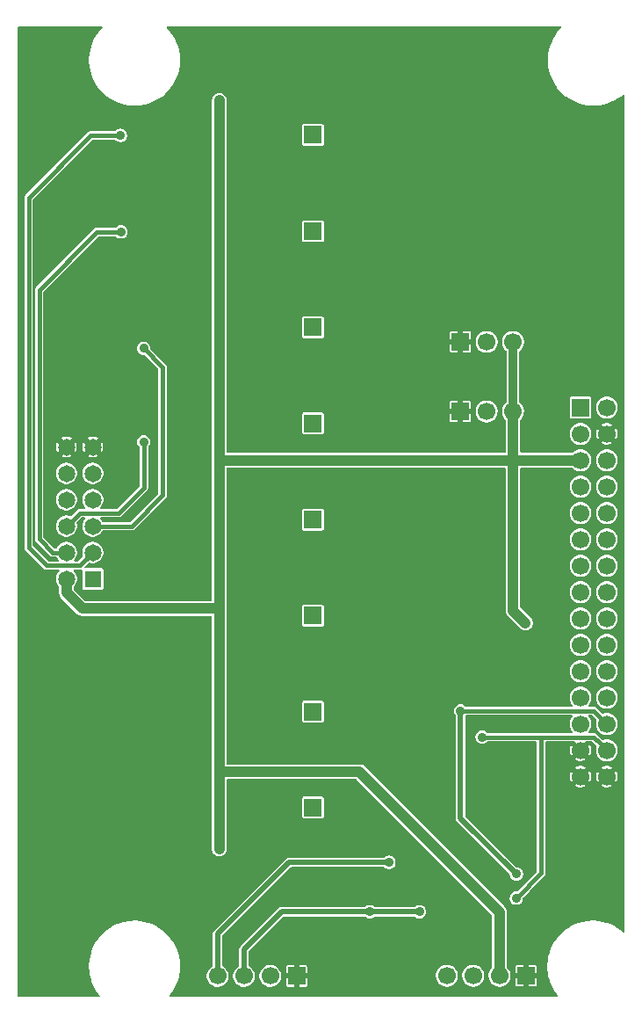
<source format=gbr>
%TF.GenerationSoftware,KiCad,Pcbnew,9.0.2*%
%TF.CreationDate,2025-07-04T16:10:04+10:00*%
%TF.ProjectId,v8_equip_dig_in_non_iso_IDC_pwr,76385f65-7175-4697-905f-6469675f696e,rev?*%
%TF.SameCoordinates,Original*%
%TF.FileFunction,Copper,L2,Bot*%
%TF.FilePolarity,Positive*%
%FSLAX46Y46*%
G04 Gerber Fmt 4.6, Leading zero omitted, Abs format (unit mm)*
G04 Created by KiCad (PCBNEW 9.0.2) date 2025-07-04 16:10:04*
%MOMM*%
%LPD*%
G01*
G04 APERTURE LIST*
%TA.AperFunction,ComponentPad*%
%ADD10R,1.700000X1.700000*%
%TD*%
%TA.AperFunction,ComponentPad*%
%ADD11C,1.700000*%
%TD*%
%TA.AperFunction,ComponentPad*%
%ADD12R,1.650000X1.650000*%
%TD*%
%TA.AperFunction,ComponentPad*%
%ADD13C,1.650000*%
%TD*%
%TA.AperFunction,ViaPad*%
%ADD14C,0.889000*%
%TD*%
%TA.AperFunction,Conductor*%
%ADD15C,1.016000*%
%TD*%
%TA.AperFunction,Conductor*%
%ADD16C,0.812800*%
%TD*%
%TA.AperFunction,Conductor*%
%ADD17C,0.508000*%
%TD*%
%TA.AperFunction,Conductor*%
%ADD18C,0.406400*%
%TD*%
G04 APERTURE END LIST*
D10*
%TO.P,J16,1,Pin_1*%
%TO.N,/P7*%
X29210000Y-75996800D03*
%TD*%
%TO.P,JP2,1,A*%
%TO.N,GND*%
X43408600Y-37846000D03*
D11*
%TO.P,JP2,2,C*%
%TO.N,/A0*%
X45948600Y-37846000D03*
%TO.P,JP2,3,B*%
%TO.N,+3V3*%
X48488600Y-37846000D03*
%TD*%
D10*
%TO.P,J17,1,Pin_1*%
%TO.N,+5V*%
X54991000Y-37465000D03*
D11*
%TO.P,J17,2,Pin_2*%
X57531000Y-37465000D03*
%TO.P,J17,3,Pin_3*%
X54991000Y-40005000D03*
%TO.P,J17,4,Pin_4*%
%TO.N,GND*%
X57531000Y-40005000D03*
%TO.P,J17,5,Pin_5*%
%TO.N,+3V3*%
X54991000Y-42545000D03*
%TO.P,J17,6,Pin_6*%
%TO.N,/GP15*%
X57531000Y-42545000D03*
%TO.P,J17,7,Pin_7*%
%TO.N,/GP16*%
X54991000Y-45085000D03*
%TO.P,J17,8,Pin_8*%
%TO.N,/GP14*%
X57531000Y-45085000D03*
%TO.P,J17,9,Pin_9*%
%TO.N,/GP17*%
X54991000Y-47625000D03*
%TO.P,J17,10,Pin_10*%
%TO.N,/GP13*%
X57531000Y-47625000D03*
%TO.P,J17,11,Pin_11*%
%TO.N,/AN_CS0*%
X54991000Y-50165000D03*
%TO.P,J17,12,Pin_12*%
%TO.N,/GP12*%
X57531000Y-50165000D03*
%TO.P,J17,13,Pin_13*%
%TO.N,/AN_CS1*%
X54991000Y-52705000D03*
%TO.P,J17,14,Pin_14*%
%TO.N,/GP11*%
X57531000Y-52705000D03*
%TO.P,J17,15,Pin_15*%
%TO.N,/AN_CS2*%
X54991000Y-55245000D03*
%TO.P,J17,16,Pin_16*%
%TO.N,/GP10*%
X57531000Y-55245000D03*
%TO.P,J17,17,Pin_17*%
%TO.N,/AN_CS3*%
X54991000Y-57785000D03*
%TO.P,J17,18,Pin_18*%
%TO.N,/GP9*%
X57531000Y-57785000D03*
%TO.P,J17,19,Pin_19*%
%TO.N,/GP3*%
X54991000Y-60325000D03*
%TO.P,J17,20,Pin_20*%
%TO.N,/GP8*%
X57531000Y-60325000D03*
%TO.P,J17,21,Pin_21*%
%TO.N,/GP2*%
X54991000Y-62865000D03*
%TO.P,J17,22,Pin_22*%
%TO.N,/SCL1*%
X57531000Y-62865000D03*
%TO.P,J17,23,Pin_23*%
%TO.N,/GP1*%
X54991000Y-65405000D03*
%TO.P,J17,24,Pin_24*%
%TO.N,/SDA1*%
X57531000Y-65405000D03*
%TO.P,J17,25,Pin_25*%
%TO.N,/GP0*%
X54991000Y-67945000D03*
%TO.P,J17,26,Pin_26*%
%TO.N,/SCL0*%
X57531000Y-67945000D03*
%TO.P,J17,27,Pin_27*%
%TO.N,GND*%
X54991000Y-70485000D03*
%TO.P,J17,28,Pin_28*%
%TO.N,/SDA0*%
X57531000Y-70485000D03*
%TO.P,J17,29,Pin_29*%
%TO.N,GND*%
X54991000Y-73025000D03*
%TO.P,J17,30,Pin_30*%
X57531000Y-73025000D03*
%TD*%
D10*
%TO.P,J10,1,Pin_1*%
%TO.N,/P1*%
X29210000Y-20472400D03*
%TD*%
D12*
%TO.P,J20,1,1*%
%TO.N,unconnected-(J20-Pad1)*%
X7975600Y-53975000D03*
D13*
%TO.P,J20,2,2*%
%TO.N,+3V3*%
X5435600Y-53975000D03*
%TO.P,J20,3,3*%
%TO.N,/IN0+*%
X7975600Y-51435000D03*
%TO.P,J20,4,4*%
%TO.N,/IN1+*%
X5435600Y-51435000D03*
%TO.P,J20,5,5*%
%TO.N,/IN2+*%
X7975600Y-48895000D03*
%TO.P,J20,6,6*%
%TO.N,/IN3+*%
X5435600Y-48895000D03*
%TO.P,J20,7,7*%
%TO.N,/IN4+*%
X7975600Y-46355000D03*
%TO.P,J20,8,8*%
%TO.N,/IN5+*%
X5435600Y-46355000D03*
%TO.P,J20,9,9*%
%TO.N,/IN6+*%
X7975600Y-43815000D03*
%TO.P,J20,10,10*%
%TO.N,/IN7+*%
X5435600Y-43815000D03*
%TO.P,J20,11,11*%
%TO.N,GND*%
X7975600Y-41275000D03*
%TO.P,J20,12,12*%
X5435600Y-41275000D03*
%TD*%
D10*
%TO.P,J9,1,Pin_1*%
%TO.N,/P0*%
X29210000Y-11201400D03*
%TD*%
%TO.P,JP1,1,A*%
%TO.N,GND*%
X43408600Y-31140400D03*
D11*
%TO.P,JP1,2,C*%
%TO.N,/A1*%
X45948600Y-31140400D03*
%TO.P,JP1,3,B*%
%TO.N,+3V3*%
X48488600Y-31140400D03*
%TD*%
D10*
%TO.P,J12,1,Pin_1*%
%TO.N,/P3*%
X29210000Y-38989000D03*
%TD*%
%TO.P,J11,1,Pin_1*%
%TO.N,/P2*%
X29210000Y-29743400D03*
%TD*%
%TO.P,CON3,1,Pin_1*%
%TO.N,GND*%
X49733200Y-92202000D03*
D11*
%TO.P,CON3,2,Pin_2*%
%TO.N,+3V3*%
X47193200Y-92202000D03*
%TO.P,CON3,3,Pin_3*%
%TO.N,/SDA0*%
X44653200Y-92202000D03*
%TO.P,CON3,4,Pin_4*%
%TO.N,/SCL0*%
X42113200Y-92202000D03*
%TD*%
D10*
%TO.P,CON1,1,Pin_1*%
%TO.N,GND*%
X27635200Y-92227400D03*
D11*
%TO.P,CON1,2,Pin_2*%
%TO.N,+3V3*%
X25095200Y-92227400D03*
%TO.P,CON1,3,Pin_3*%
%TO.N,/SDA1*%
X22555200Y-92227400D03*
%TO.P,CON1,4,Pin_4*%
%TO.N,/SCL1*%
X20015200Y-92227400D03*
%TD*%
D10*
%TO.P,J14,1,Pin_1*%
%TO.N,/P5*%
X29210000Y-57505600D03*
%TD*%
%TO.P,J15,1,Pin_1*%
%TO.N,/P6*%
X29210000Y-66751200D03*
%TD*%
%TO.P,J13,1,Pin_1*%
%TO.N,/P4*%
X29210000Y-48260000D03*
%TD*%
D14*
%TO.N,GND*%
X24333200Y-70510400D03*
X24409400Y-79933800D03*
X41503600Y-53594000D03*
X24307800Y-61264800D03*
X24460200Y-52197000D03*
X43357800Y-45440600D03*
X34848800Y-48717200D03*
X52044600Y-52959000D03*
X24384000Y-44119800D03*
X24409400Y-35382200D03*
X24460200Y-7696200D03*
X24460200Y-17068800D03*
X24384000Y-24409400D03*
X31115000Y-88874600D03*
X53187600Y-85953600D03*
X56591200Y-10769600D03*
%TO.N,+3V3*%
X20167600Y-63421850D03*
X20167600Y-26134650D03*
X20167600Y-54049250D03*
X20167600Y-72540450D03*
X20167600Y-35583450D03*
X20171500Y-7897450D03*
X20167600Y-44956050D03*
X20167600Y-79984600D03*
X49682400Y-58216800D03*
X20167600Y-17168450D03*
%TO.N,/SDA1*%
X34696400Y-86029800D03*
X39471600Y-86029800D03*
%TO.N,/SCL1*%
X36525200Y-81280000D03*
%TO.N,/IN0+*%
X10642600Y-11252200D03*
%TO.N,/IN1+*%
X10693400Y-20548600D03*
%TO.N,/IN2+*%
X12877800Y-31750000D03*
%TO.N,/IN3+*%
X12877800Y-40767000D03*
%TO.N,/SDA0*%
X48806100Y-84721700D03*
X45516800Y-69215000D03*
%TO.N,/SCL0*%
X48818800Y-82397600D03*
X43434000Y-66675000D03*
%TD*%
D15*
%TO.N,+3V3*%
X20167600Y-72540450D02*
X33678450Y-72540450D01*
X5435600Y-55295800D02*
X6959600Y-56819800D01*
X48488600Y-57023000D02*
X49682400Y-58216800D01*
X20171500Y-9388250D02*
X20171500Y-7897450D01*
X54991000Y-42545000D02*
X20218400Y-42545000D01*
X33678450Y-72540450D02*
X47193200Y-86055200D01*
X47193200Y-86055200D02*
X47193200Y-92202000D01*
D16*
X48488600Y-31140400D02*
X48488600Y-37846000D01*
D15*
X6959600Y-56819800D02*
X20142200Y-56819800D01*
X48488600Y-37846000D02*
X48488600Y-57023000D01*
X20167600Y-56794400D02*
X20167600Y-9392150D01*
X20142200Y-56819800D02*
X20167600Y-56794400D01*
X20167600Y-79984600D02*
X20167600Y-56794400D01*
X5435600Y-53975000D02*
X5435600Y-55295800D01*
X20167600Y-9392150D02*
X20171500Y-9388250D01*
D17*
%TO.N,/SDA1*%
X39471600Y-86029800D02*
X34696400Y-86029800D01*
X22555200Y-89662000D02*
X22555200Y-92227400D01*
X34696400Y-86029800D02*
X26187400Y-86029800D01*
X26187400Y-86029800D02*
X22555200Y-89662000D01*
%TO.N,/SCL1*%
X20015200Y-88163400D02*
X20015200Y-92227400D01*
X36525200Y-81280000D02*
X26898600Y-81280000D01*
X26898600Y-81280000D02*
X20015200Y-88163400D01*
D18*
%TO.N,/IN0+*%
X6731000Y-52679600D02*
X7975600Y-51435000D01*
X10642600Y-11252200D02*
X7772400Y-11252200D01*
X3530600Y-52679600D02*
X6731000Y-52679600D01*
X1803400Y-17221200D02*
X1803400Y-50952400D01*
X7772400Y-11252200D02*
X1803400Y-17221200D01*
X1803400Y-50952400D02*
X3530600Y-52679600D01*
%TO.N,/IN1+*%
X2819400Y-50139600D02*
X4114800Y-51435000D01*
X10693400Y-20548600D02*
X8382000Y-20548600D01*
X2819400Y-26111200D02*
X2819400Y-50139600D01*
X8382000Y-20548600D02*
X2819400Y-26111200D01*
X4114800Y-51435000D02*
X5435600Y-51435000D01*
%TO.N,/IN2+*%
X14706600Y-45897800D02*
X11709400Y-48895000D01*
X12877800Y-31750000D02*
X14706600Y-33578800D01*
X11709400Y-48895000D02*
X7975600Y-48895000D01*
X14706600Y-33578800D02*
X14706600Y-45897800D01*
%TO.N,/IN3+*%
X12903200Y-40792400D02*
X12903200Y-45161200D01*
X12903200Y-45161200D02*
X10439400Y-47625000D01*
X5461000Y-48895000D02*
X5435600Y-48895000D01*
X10439400Y-47625000D02*
X6731000Y-47625000D01*
X6731000Y-47625000D02*
X5461000Y-48895000D01*
X12877800Y-40767000D02*
X12903200Y-40792400D01*
%TO.N,/SDA0*%
X48806100Y-84721700D02*
X51206400Y-82321400D01*
X56819800Y-69748400D02*
X56286400Y-69215000D01*
X57531000Y-70485000D02*
X56819800Y-69773800D01*
X56286400Y-69215000D02*
X45516800Y-69215000D01*
X56819800Y-69773800D02*
X56819800Y-69748400D01*
X51206400Y-82321400D02*
X51206400Y-69215000D01*
D17*
%TO.N,/SCL0*%
X43434000Y-77038200D02*
X43434000Y-66675000D01*
X48793400Y-82397600D02*
X43434000Y-77038200D01*
D18*
X43434000Y-66675000D02*
X56267400Y-66675000D01*
X56267400Y-66675000D02*
X57540000Y-67947600D01*
D17*
X48818800Y-82397600D02*
X48793400Y-82397600D01*
%TD*%
%TA.AperFunction,Conductor*%
%TO.N,GND*%
G36*
X8876845Y-790665D02*
G01*
X8906909Y-842736D01*
X8896468Y-901950D01*
X8882502Y-920150D01*
X8762070Y-1040583D01*
X8762069Y-1040584D01*
X8762065Y-1040589D01*
X8515802Y-1334072D01*
X8515797Y-1334079D01*
X8296048Y-1647911D01*
X8104479Y-1979718D01*
X8104474Y-1979729D01*
X7942565Y-2326943D01*
X7942562Y-2326951D01*
X7811524Y-2686975D01*
X7712361Y-3057056D01*
X7645833Y-3434354D01*
X7612440Y-3816034D01*
X7612440Y-4199165D01*
X7645833Y-4580845D01*
X7712361Y-4958143D01*
X7811524Y-5328224D01*
X7942562Y-5688248D01*
X7942565Y-5688256D01*
X8104474Y-6035470D01*
X8104479Y-6035481D01*
X8296048Y-6367288D01*
X8471847Y-6618353D01*
X8515798Y-6681122D01*
X8762070Y-6974617D01*
X9032983Y-7245530D01*
X9326478Y-7491802D01*
X9426513Y-7561847D01*
X9640311Y-7711551D01*
X9640320Y-7711556D01*
X9972120Y-7903121D01*
X10319354Y-8065039D01*
X10679378Y-8196077D01*
X11049453Y-8295238D01*
X11426763Y-8361768D01*
X11808435Y-8395160D01*
X11808439Y-8395160D01*
X12191561Y-8395160D01*
X12191565Y-8395160D01*
X12573237Y-8361768D01*
X12950547Y-8295238D01*
X13320622Y-8196077D01*
X13680646Y-8065039D01*
X14027880Y-7903121D01*
X14359680Y-7711556D01*
X14359683Y-7711553D01*
X14359688Y-7711551D01*
X14453998Y-7645513D01*
X14673522Y-7491802D01*
X14967017Y-7245530D01*
X15237930Y-6974617D01*
X15484202Y-6681122D01*
X15637913Y-6461598D01*
X15703951Y-6367288D01*
X15895520Y-6035481D01*
X15895521Y-6035480D01*
X16057439Y-5688246D01*
X16188477Y-5328222D01*
X16287638Y-4958147D01*
X16354168Y-4580837D01*
X16387560Y-4199165D01*
X16387560Y-3816035D01*
X16354168Y-3434363D01*
X16287638Y-3057053D01*
X16188477Y-2686978D01*
X16057439Y-2326954D01*
X15895521Y-1979720D01*
X15703956Y-1647920D01*
X15703951Y-1647911D01*
X15561057Y-1443839D01*
X15484202Y-1334078D01*
X15237930Y-1040583D01*
X15117500Y-920153D01*
X15092090Y-865661D01*
X15107653Y-807583D01*
X15156906Y-773095D01*
X15179656Y-770100D01*
X53055944Y-770100D01*
X53112445Y-790665D01*
X53142509Y-842736D01*
X53132068Y-901950D01*
X53118102Y-920150D01*
X52997670Y-1040583D01*
X52997669Y-1040584D01*
X52997665Y-1040589D01*
X52751402Y-1334072D01*
X52751397Y-1334079D01*
X52531648Y-1647911D01*
X52340079Y-1979718D01*
X52340074Y-1979729D01*
X52178165Y-2326943D01*
X52178162Y-2326951D01*
X52047124Y-2686975D01*
X51947961Y-3057056D01*
X51881433Y-3434354D01*
X51848040Y-3816034D01*
X51848040Y-4199165D01*
X51881433Y-4580845D01*
X51947961Y-4958143D01*
X52047124Y-5328224D01*
X52178162Y-5688248D01*
X52178165Y-5688256D01*
X52340074Y-6035470D01*
X52340079Y-6035481D01*
X52531648Y-6367288D01*
X52707447Y-6618353D01*
X52751398Y-6681122D01*
X52997670Y-6974617D01*
X53268583Y-7245530D01*
X53562078Y-7491802D01*
X53662113Y-7561847D01*
X53875911Y-7711551D01*
X53875920Y-7711556D01*
X54207720Y-7903121D01*
X54554954Y-8065039D01*
X54914978Y-8196077D01*
X55285053Y-8295238D01*
X55662363Y-8361768D01*
X56044035Y-8395160D01*
X56044039Y-8395160D01*
X56427161Y-8395160D01*
X56427165Y-8395160D01*
X56808837Y-8361768D01*
X57186147Y-8295238D01*
X57556222Y-8196077D01*
X57916246Y-8065039D01*
X58263480Y-7903121D01*
X58595280Y-7711556D01*
X58595283Y-7711553D01*
X58595288Y-7711551D01*
X58689598Y-7645513D01*
X58909122Y-7491802D01*
X59093100Y-7337425D01*
X59149600Y-7316861D01*
X59206101Y-7337425D01*
X59236165Y-7389497D01*
X59237500Y-7404761D01*
X59237500Y-87933064D01*
X59216935Y-87989565D01*
X59164864Y-88019629D01*
X59105650Y-88009188D01*
X59093099Y-88000399D01*
X58858327Y-87803402D01*
X58858325Y-87803400D01*
X58858322Y-87803398D01*
X58795553Y-87759447D01*
X58544488Y-87583648D01*
X58212681Y-87392079D01*
X58212670Y-87392074D01*
X57865456Y-87230165D01*
X57865448Y-87230162D01*
X57865446Y-87230161D01*
X57505422Y-87099123D01*
X57135347Y-86999962D01*
X57135346Y-86999961D01*
X57135343Y-86999961D01*
X56758045Y-86933433D01*
X56758040Y-86933432D01*
X56758037Y-86933432D01*
X56376365Y-86900040D01*
X55993235Y-86900040D01*
X55993234Y-86900040D01*
X55881958Y-86909775D01*
X55611563Y-86933432D01*
X55611560Y-86933432D01*
X55611554Y-86933433D01*
X55234256Y-86999961D01*
X55049215Y-87049542D01*
X54864178Y-87099123D01*
X54864175Y-87099123D01*
X54864175Y-87099124D01*
X54504151Y-87230162D01*
X54504143Y-87230165D01*
X54156929Y-87392074D01*
X54156918Y-87392079D01*
X53825111Y-87583648D01*
X53511279Y-87803397D01*
X53511272Y-87803402D01*
X53217789Y-88049665D01*
X53217784Y-88049669D01*
X52946869Y-88320584D01*
X52946865Y-88320589D01*
X52700602Y-88614072D01*
X52700597Y-88614079D01*
X52480848Y-88927911D01*
X52289279Y-89259718D01*
X52289274Y-89259729D01*
X52127365Y-89606943D01*
X52127362Y-89606951D01*
X51996324Y-89966975D01*
X51897161Y-90337056D01*
X51830633Y-90714354D01*
X51830632Y-90714360D01*
X51830632Y-90714363D01*
X51797240Y-91096035D01*
X51797240Y-91479165D01*
X51816945Y-91704398D01*
X51830633Y-91860845D01*
X51873570Y-92104352D01*
X51897162Y-92238147D01*
X51996323Y-92608222D01*
X52039701Y-92727400D01*
X52127362Y-92968248D01*
X52127365Y-92968256D01*
X52289274Y-93315470D01*
X52289279Y-93315481D01*
X52480848Y-93647288D01*
X52700597Y-93961120D01*
X52700602Y-93961127D01*
X52817717Y-94100699D01*
X52838282Y-94157200D01*
X52817717Y-94213701D01*
X52765646Y-94243765D01*
X52750382Y-94245100D01*
X15434418Y-94245100D01*
X15377917Y-94224535D01*
X15347853Y-94172464D01*
X15358294Y-94113250D01*
X15367083Y-94100699D01*
X15378900Y-94086615D01*
X15484202Y-93961122D01*
X15637913Y-93741598D01*
X15703951Y-93647288D01*
X15895520Y-93315481D01*
X15895521Y-93315480D01*
X16057439Y-92968246D01*
X16188477Y-92608222D01*
X16287638Y-92238147D01*
X16307777Y-92123936D01*
X18964700Y-92123936D01*
X18964700Y-92330863D01*
X19005067Y-92533811D01*
X19005069Y-92533816D01*
X19005070Y-92533820D01*
X19084259Y-92724998D01*
X19084260Y-92725000D01*
X19084261Y-92725001D01*
X19199219Y-92897050D01*
X19199220Y-92897051D01*
X19199223Y-92897055D01*
X19345545Y-93043377D01*
X19517602Y-93158341D01*
X19708780Y-93237530D01*
X19708785Y-93237531D01*
X19708788Y-93237532D01*
X19811632Y-93257988D01*
X19911735Y-93277900D01*
X19911737Y-93277900D01*
X20118663Y-93277900D01*
X20118665Y-93277900D01*
X20284654Y-93244883D01*
X20321611Y-93237532D01*
X20321612Y-93237531D01*
X20321620Y-93237530D01*
X20512798Y-93158341D01*
X20684855Y-93043377D01*
X20831177Y-92897055D01*
X20946141Y-92724998D01*
X21025330Y-92533820D01*
X21065700Y-92330865D01*
X21065700Y-92123936D01*
X21504700Y-92123936D01*
X21504700Y-92330863D01*
X21545067Y-92533811D01*
X21545069Y-92533816D01*
X21545070Y-92533820D01*
X21624259Y-92724998D01*
X21624260Y-92725000D01*
X21624261Y-92725001D01*
X21739219Y-92897050D01*
X21739220Y-92897051D01*
X21739223Y-92897055D01*
X21885545Y-93043377D01*
X22057602Y-93158341D01*
X22248780Y-93237530D01*
X22248785Y-93237531D01*
X22248788Y-93237532D01*
X22351632Y-93257988D01*
X22451735Y-93277900D01*
X22451737Y-93277900D01*
X22658663Y-93277900D01*
X22658665Y-93277900D01*
X22824654Y-93244883D01*
X22861611Y-93237532D01*
X22861612Y-93237531D01*
X22861620Y-93237530D01*
X23052798Y-93158341D01*
X23224855Y-93043377D01*
X23371177Y-92897055D01*
X23486141Y-92724998D01*
X23565330Y-92533820D01*
X23605700Y-92330865D01*
X23605700Y-92123936D01*
X24044700Y-92123936D01*
X24044700Y-92330863D01*
X24085067Y-92533811D01*
X24085069Y-92533816D01*
X24085070Y-92533820D01*
X24164259Y-92724998D01*
X24164260Y-92725000D01*
X24164261Y-92725001D01*
X24279219Y-92897050D01*
X24279220Y-92897051D01*
X24279223Y-92897055D01*
X24425545Y-93043377D01*
X24597602Y-93158341D01*
X24788780Y-93237530D01*
X24788785Y-93237531D01*
X24788788Y-93237532D01*
X24891632Y-93257988D01*
X24991735Y-93277900D01*
X24991737Y-93277900D01*
X25198663Y-93277900D01*
X25198665Y-93277900D01*
X25364654Y-93244883D01*
X25401611Y-93237532D01*
X25401612Y-93237531D01*
X25401620Y-93237530D01*
X25592798Y-93158341D01*
X25764855Y-93043377D01*
X25911177Y-92897055D01*
X26026141Y-92724998D01*
X26105330Y-92533820D01*
X26110266Y-92509007D01*
X26127206Y-92423843D01*
X26145700Y-92330863D01*
X26145700Y-92123939D01*
X26145700Y-92123935D01*
X26105330Y-91920980D01*
X26026141Y-91729802D01*
X25911177Y-91557745D01*
X25764855Y-91411423D01*
X25764851Y-91411420D01*
X25764850Y-91411419D01*
X25687726Y-91359887D01*
X26607400Y-91359887D01*
X26607400Y-91977399D01*
X26607401Y-91977400D01*
X27202188Y-91977400D01*
X27169275Y-92034407D01*
X27135200Y-92161574D01*
X27135200Y-92293226D01*
X27169275Y-92420393D01*
X27202188Y-92477400D01*
X26607402Y-92477400D01*
X26607401Y-92477401D01*
X26607401Y-93094908D01*
X26617716Y-93146775D01*
X26657011Y-93205582D01*
X26657017Y-93205588D01*
X26715824Y-93244883D01*
X26767687Y-93255199D01*
X27385198Y-93255199D01*
X27385200Y-93255198D01*
X27385200Y-92660412D01*
X27442207Y-92693325D01*
X27569374Y-92727400D01*
X27701026Y-92727400D01*
X27828193Y-92693325D01*
X27885200Y-92660412D01*
X27885200Y-93255198D01*
X27885201Y-93255199D01*
X28502709Y-93255199D01*
X28554575Y-93244883D01*
X28613382Y-93205588D01*
X28613388Y-93205582D01*
X28652683Y-93146775D01*
X28663000Y-93094912D01*
X28663000Y-92477401D01*
X28662999Y-92477400D01*
X28068212Y-92477400D01*
X28101125Y-92420393D01*
X28135200Y-92293226D01*
X28135200Y-92161574D01*
X28118308Y-92098535D01*
X41062700Y-92098535D01*
X41062700Y-92305465D01*
X41072689Y-92355684D01*
X41103067Y-92508411D01*
X41103069Y-92508416D01*
X41103070Y-92508420D01*
X41182259Y-92699598D01*
X41182260Y-92699600D01*
X41182261Y-92699601D01*
X41297219Y-92871650D01*
X41297220Y-92871651D01*
X41297223Y-92871655D01*
X41443545Y-93017977D01*
X41443548Y-93017979D01*
X41443549Y-93017980D01*
X41520667Y-93069508D01*
X41615602Y-93132941D01*
X41806780Y-93212130D01*
X41806785Y-93212131D01*
X41806788Y-93212132D01*
X41909632Y-93232588D01*
X42009735Y-93252500D01*
X42009737Y-93252500D01*
X42216663Y-93252500D01*
X42216665Y-93252500D01*
X42382654Y-93219483D01*
X42419611Y-93212132D01*
X42419612Y-93212131D01*
X42419620Y-93212130D01*
X42610798Y-93132941D01*
X42782855Y-93017977D01*
X42929177Y-92871655D01*
X43044141Y-92699598D01*
X43123330Y-92508420D01*
X43163700Y-92305465D01*
X43163700Y-92098535D01*
X43602700Y-92098535D01*
X43602700Y-92305465D01*
X43612689Y-92355684D01*
X43643067Y-92508411D01*
X43643069Y-92508416D01*
X43643070Y-92508420D01*
X43722259Y-92699598D01*
X43722260Y-92699600D01*
X43722261Y-92699601D01*
X43837219Y-92871650D01*
X43837220Y-92871651D01*
X43837223Y-92871655D01*
X43983545Y-93017977D01*
X43983548Y-93017979D01*
X43983549Y-93017980D01*
X44060667Y-93069508D01*
X44155602Y-93132941D01*
X44346780Y-93212130D01*
X44346785Y-93212131D01*
X44346788Y-93212132D01*
X44449632Y-93232588D01*
X44549735Y-93252500D01*
X44549737Y-93252500D01*
X44756663Y-93252500D01*
X44756665Y-93252500D01*
X44922654Y-93219483D01*
X44959611Y-93212132D01*
X44959612Y-93212131D01*
X44959620Y-93212130D01*
X45150798Y-93132941D01*
X45322855Y-93017977D01*
X45469177Y-92871655D01*
X45584141Y-92699598D01*
X45663330Y-92508420D01*
X45703700Y-92305465D01*
X45703700Y-92098535D01*
X45674553Y-91952000D01*
X45663332Y-91895588D01*
X45663331Y-91895585D01*
X45663330Y-91895580D01*
X45584141Y-91704402D01*
X45526659Y-91618373D01*
X45469180Y-91532349D01*
X45469179Y-91532348D01*
X45469177Y-91532345D01*
X45322855Y-91386023D01*
X45322851Y-91386020D01*
X45322850Y-91386019D01*
X45150801Y-91271061D01*
X45150800Y-91271060D01*
X45150798Y-91271059D01*
X44959620Y-91191870D01*
X44959616Y-91191869D01*
X44959611Y-91191867D01*
X44806884Y-91161489D01*
X44756665Y-91151500D01*
X44549735Y-91151500D01*
X44505044Y-91160389D01*
X44346788Y-91191867D01*
X44346783Y-91191869D01*
X44346781Y-91191869D01*
X44346780Y-91191870D01*
X44155602Y-91271059D01*
X44155600Y-91271059D01*
X44155598Y-91271061D01*
X43983549Y-91386019D01*
X43837219Y-91532349D01*
X43722261Y-91704398D01*
X43722259Y-91704400D01*
X43722259Y-91704402D01*
X43657461Y-91860837D01*
X43643069Y-91895583D01*
X43643067Y-91895588D01*
X43607694Y-92073425D01*
X43602700Y-92098535D01*
X43163700Y-92098535D01*
X43134553Y-91952000D01*
X43123332Y-91895588D01*
X43123331Y-91895585D01*
X43123330Y-91895580D01*
X43044141Y-91704402D01*
X42986659Y-91618373D01*
X42929180Y-91532349D01*
X42929179Y-91532348D01*
X42929177Y-91532345D01*
X42782855Y-91386023D01*
X42782851Y-91386020D01*
X42782850Y-91386019D01*
X42610801Y-91271061D01*
X42610800Y-91271060D01*
X42610798Y-91271059D01*
X42419620Y-91191870D01*
X42419616Y-91191869D01*
X42419611Y-91191867D01*
X42266884Y-91161489D01*
X42216665Y-91151500D01*
X42009735Y-91151500D01*
X41965044Y-91160389D01*
X41806788Y-91191867D01*
X41806783Y-91191869D01*
X41806781Y-91191869D01*
X41806780Y-91191870D01*
X41615602Y-91271059D01*
X41615600Y-91271059D01*
X41615598Y-91271061D01*
X41443549Y-91386019D01*
X41297219Y-91532349D01*
X41182261Y-91704398D01*
X41182259Y-91704400D01*
X41182259Y-91704402D01*
X41117461Y-91860837D01*
X41103069Y-91895583D01*
X41103067Y-91895588D01*
X41067694Y-92073425D01*
X41062700Y-92098535D01*
X28118308Y-92098535D01*
X28101125Y-92034407D01*
X28068212Y-91977400D01*
X28662998Y-91977400D01*
X28662999Y-91977399D01*
X28662999Y-91359891D01*
X28652683Y-91308024D01*
X28613388Y-91249217D01*
X28613382Y-91249211D01*
X28554575Y-91209916D01*
X28502713Y-91199600D01*
X27885201Y-91199600D01*
X27885200Y-91199601D01*
X27885200Y-91794388D01*
X27828193Y-91761475D01*
X27701026Y-91727400D01*
X27569374Y-91727400D01*
X27442207Y-91761475D01*
X27385200Y-91794388D01*
X27385200Y-91199601D01*
X27385199Y-91199600D01*
X26767686Y-91199600D01*
X26767684Y-91199601D01*
X26715828Y-91209914D01*
X26715824Y-91209916D01*
X26657017Y-91249211D01*
X26657011Y-91249217D01*
X26617716Y-91308024D01*
X26607400Y-91359887D01*
X25687726Y-91359887D01*
X25592801Y-91296461D01*
X25592800Y-91296460D01*
X25592798Y-91296459D01*
X25401620Y-91217270D01*
X25401616Y-91217269D01*
X25401611Y-91217267D01*
X25236943Y-91184514D01*
X25198665Y-91176900D01*
X24991735Y-91176900D01*
X24953457Y-91184514D01*
X24788788Y-91217267D01*
X24788783Y-91217269D01*
X24788781Y-91217269D01*
X24788780Y-91217270D01*
X24597602Y-91296459D01*
X24597600Y-91296459D01*
X24597598Y-91296461D01*
X24425549Y-91411419D01*
X24279219Y-91557749D01*
X24164261Y-91729798D01*
X24164259Y-91729800D01*
X24164259Y-91729802D01*
X24109982Y-91860837D01*
X24085069Y-91920983D01*
X24085067Y-91920988D01*
X24044700Y-92123936D01*
X23605700Y-92123936D01*
X23605700Y-92123935D01*
X23576553Y-91977400D01*
X23565332Y-91920988D01*
X23565331Y-91920985D01*
X23565330Y-91920980D01*
X23486141Y-91729802D01*
X23371177Y-91557745D01*
X23224855Y-91411423D01*
X23224851Y-91411420D01*
X23224850Y-91411419D01*
X23049208Y-91294060D01*
X23050555Y-91292043D01*
X23015986Y-91253380D01*
X23009700Y-91220737D01*
X23009700Y-89886670D01*
X23030265Y-89830169D01*
X23035445Y-89824515D01*
X26349915Y-86510045D01*
X26404409Y-86484634D01*
X26412070Y-86484300D01*
X34202323Y-86484300D01*
X34258824Y-86504865D01*
X34264466Y-86510034D01*
X34285236Y-86530804D01*
X34390878Y-86601392D01*
X34508260Y-86650013D01*
X34508261Y-86650013D01*
X34508263Y-86650014D01*
X34570992Y-86662491D01*
X34632873Y-86674800D01*
X34632875Y-86674800D01*
X34759925Y-86674800D01*
X34759927Y-86674800D01*
X34842248Y-86658425D01*
X34884536Y-86650014D01*
X34884536Y-86650013D01*
X34884540Y-86650013D01*
X35001922Y-86601392D01*
X35107564Y-86530804D01*
X35128323Y-86510044D01*
X35182816Y-86484634D01*
X35190477Y-86484300D01*
X38977523Y-86484300D01*
X39034024Y-86504865D01*
X39039666Y-86510034D01*
X39060436Y-86530804D01*
X39166078Y-86601392D01*
X39283460Y-86650013D01*
X39283461Y-86650013D01*
X39283463Y-86650014D01*
X39346192Y-86662491D01*
X39408073Y-86674800D01*
X39408075Y-86674800D01*
X39535125Y-86674800D01*
X39535127Y-86674800D01*
X39617448Y-86658425D01*
X39659736Y-86650014D01*
X39659736Y-86650013D01*
X39659740Y-86650013D01*
X39777122Y-86601392D01*
X39882764Y-86530804D01*
X39972604Y-86440964D01*
X40043192Y-86335322D01*
X40091813Y-86217940D01*
X40116600Y-86093327D01*
X40116600Y-85966273D01*
X40091813Y-85841660D01*
X40043192Y-85724278D01*
X39972604Y-85618636D01*
X39882764Y-85528796D01*
X39777122Y-85458208D01*
X39777121Y-85458207D01*
X39777119Y-85458206D01*
X39659740Y-85409587D01*
X39659736Y-85409585D01*
X39566066Y-85390954D01*
X39535127Y-85384800D01*
X39408073Y-85384800D01*
X39380550Y-85390274D01*
X39283463Y-85409585D01*
X39283459Y-85409587D01*
X39166080Y-85458206D01*
X39060438Y-85528794D01*
X39060436Y-85528795D01*
X39060436Y-85528796D01*
X39039676Y-85549555D01*
X38985184Y-85574966D01*
X38977523Y-85575300D01*
X35190477Y-85575300D01*
X35133976Y-85554735D01*
X35128333Y-85549565D01*
X35107564Y-85528796D01*
X35001922Y-85458208D01*
X35001921Y-85458207D01*
X35001919Y-85458206D01*
X34884540Y-85409587D01*
X34884536Y-85409585D01*
X34790866Y-85390954D01*
X34759927Y-85384800D01*
X34632873Y-85384800D01*
X34605350Y-85390274D01*
X34508263Y-85409585D01*
X34508259Y-85409587D01*
X34390880Y-85458206D01*
X34285238Y-85528794D01*
X34285236Y-85528795D01*
X34285236Y-85528796D01*
X34264476Y-85549555D01*
X34209984Y-85574966D01*
X34202323Y-85575300D01*
X26252634Y-85575300D01*
X26252618Y-85575299D01*
X26247236Y-85575299D01*
X26127564Y-85575299D01*
X26011971Y-85606271D01*
X25990178Y-85618854D01*
X25990177Y-85618853D01*
X25908331Y-85666107D01*
X22191510Y-89382928D01*
X22131673Y-89486568D01*
X22131673Y-89486569D01*
X22125126Y-89511000D01*
X22100699Y-89602164D01*
X22100699Y-89728915D01*
X22100700Y-89728928D01*
X22100700Y-91220737D01*
X22080135Y-91277238D01*
X22060573Y-91293134D01*
X22061192Y-91294060D01*
X21885549Y-91411419D01*
X21739219Y-91557749D01*
X21624261Y-91729798D01*
X21624259Y-91729800D01*
X21624259Y-91729802D01*
X21569982Y-91860837D01*
X21545069Y-91920983D01*
X21545067Y-91920988D01*
X21504700Y-92123936D01*
X21065700Y-92123936D01*
X21065700Y-92123935D01*
X21036553Y-91977400D01*
X21025332Y-91920988D01*
X21025331Y-91920985D01*
X21025330Y-91920980D01*
X20946141Y-91729802D01*
X20831177Y-91557745D01*
X20684855Y-91411423D01*
X20684851Y-91411420D01*
X20684850Y-91411419D01*
X20509208Y-91294060D01*
X20510555Y-91292043D01*
X20475986Y-91253380D01*
X20469700Y-91220737D01*
X20469700Y-88388070D01*
X20490265Y-88331569D01*
X20495445Y-88325915D01*
X27061115Y-81760245D01*
X27115609Y-81734834D01*
X27123270Y-81734500D01*
X36031123Y-81734500D01*
X36087624Y-81755065D01*
X36093266Y-81760234D01*
X36114036Y-81781004D01*
X36219678Y-81851592D01*
X36337060Y-81900213D01*
X36337061Y-81900213D01*
X36337063Y-81900214D01*
X36399792Y-81912691D01*
X36461673Y-81925000D01*
X36461675Y-81925000D01*
X36588725Y-81925000D01*
X36588727Y-81925000D01*
X36671048Y-81908625D01*
X36713336Y-81900214D01*
X36713336Y-81900213D01*
X36713340Y-81900213D01*
X36830722Y-81851592D01*
X36936364Y-81781004D01*
X37026204Y-81691164D01*
X37096792Y-81585522D01*
X37145413Y-81468140D01*
X37170200Y-81343527D01*
X37170200Y-81216473D01*
X37145413Y-81091860D01*
X37096792Y-80974478D01*
X37026204Y-80868836D01*
X36936364Y-80778996D01*
X36830722Y-80708408D01*
X36830721Y-80708407D01*
X36830719Y-80708406D01*
X36713340Y-80659787D01*
X36713336Y-80659785D01*
X36619666Y-80641154D01*
X36588727Y-80635000D01*
X36461673Y-80635000D01*
X36434150Y-80640474D01*
X36337063Y-80659785D01*
X36337059Y-80659787D01*
X36219680Y-80708406D01*
X36114038Y-80778994D01*
X36114036Y-80778995D01*
X36114036Y-80778996D01*
X36093276Y-80799755D01*
X36038784Y-80825166D01*
X36031123Y-80825500D01*
X26963834Y-80825500D01*
X26963818Y-80825499D01*
X26958436Y-80825499D01*
X26838764Y-80825499D01*
X26723171Y-80856471D01*
X26701378Y-80869054D01*
X26701377Y-80869053D01*
X26619531Y-80916307D01*
X19651510Y-87884328D01*
X19591673Y-87987969D01*
X19591673Y-87987970D01*
X19560699Y-88103564D01*
X19560699Y-88230315D01*
X19560700Y-88230328D01*
X19560700Y-91220737D01*
X19540135Y-91277238D01*
X19520573Y-91293134D01*
X19521192Y-91294060D01*
X19345549Y-91411419D01*
X19199219Y-91557749D01*
X19084261Y-91729798D01*
X19084259Y-91729800D01*
X19084259Y-91729802D01*
X19029982Y-91860837D01*
X19005069Y-91920983D01*
X19005067Y-91920988D01*
X18964700Y-92123936D01*
X16307777Y-92123936D01*
X16309993Y-92111367D01*
X16311230Y-92104353D01*
X16311230Y-92104352D01*
X16354166Y-91860847D01*
X16354168Y-91860837D01*
X16387560Y-91479165D01*
X16387560Y-91096035D01*
X16354168Y-90714363D01*
X16287638Y-90337053D01*
X16188477Y-89966978D01*
X16057439Y-89606954D01*
X16055205Y-89602164D01*
X15895525Y-89259729D01*
X15895520Y-89259718D01*
X15703951Y-88927911D01*
X15561057Y-88723839D01*
X15484202Y-88614078D01*
X15237930Y-88320583D01*
X14967017Y-88049670D01*
X14673522Y-87803398D01*
X14610753Y-87759447D01*
X14359688Y-87583648D01*
X14027881Y-87392079D01*
X14027870Y-87392074D01*
X13680656Y-87230165D01*
X13680648Y-87230162D01*
X13680646Y-87230161D01*
X13320622Y-87099123D01*
X12950547Y-86999962D01*
X12950546Y-86999961D01*
X12950543Y-86999961D01*
X12573245Y-86933433D01*
X12573240Y-86933432D01*
X12573237Y-86933432D01*
X12191565Y-86900040D01*
X11808435Y-86900040D01*
X11808434Y-86900040D01*
X11697158Y-86909775D01*
X11426763Y-86933432D01*
X11426760Y-86933432D01*
X11426754Y-86933433D01*
X11049456Y-86999961D01*
X10864415Y-87049542D01*
X10679378Y-87099123D01*
X10679375Y-87099123D01*
X10679375Y-87099124D01*
X10319351Y-87230162D01*
X10319343Y-87230165D01*
X9972129Y-87392074D01*
X9972118Y-87392079D01*
X9640311Y-87583648D01*
X9326479Y-87803397D01*
X9326472Y-87803402D01*
X9032989Y-88049665D01*
X9032984Y-88049669D01*
X8762069Y-88320584D01*
X8762065Y-88320589D01*
X8515802Y-88614072D01*
X8515797Y-88614079D01*
X8296048Y-88927911D01*
X8104479Y-89259718D01*
X8104474Y-89259729D01*
X7942565Y-89606943D01*
X7942562Y-89606951D01*
X7811524Y-89966975D01*
X7712361Y-90337056D01*
X7645833Y-90714354D01*
X7645832Y-90714360D01*
X7645832Y-90714363D01*
X7612440Y-91096035D01*
X7612440Y-91479165D01*
X7632145Y-91704398D01*
X7645833Y-91860845D01*
X7688770Y-92104352D01*
X7712362Y-92238147D01*
X7811523Y-92608222D01*
X7854901Y-92727400D01*
X7942562Y-92968248D01*
X7942565Y-92968256D01*
X8104474Y-93315470D01*
X8104479Y-93315481D01*
X8296048Y-93647288D01*
X8515797Y-93961120D01*
X8515802Y-93961127D01*
X8632917Y-94100699D01*
X8653482Y-94157200D01*
X8632917Y-94213701D01*
X8580846Y-94243765D01*
X8565582Y-94245100D01*
X850400Y-94245100D01*
X793899Y-94224535D01*
X763835Y-94172464D01*
X762500Y-94157200D01*
X762500Y-17168052D01*
X1399699Y-17168052D01*
X1399699Y-17274348D01*
X1399699Y-17274350D01*
X1399700Y-17281434D01*
X1399700Y-50893853D01*
X1399699Y-50893871D01*
X1399699Y-50899252D01*
X1399699Y-51005548D01*
X1413170Y-51055821D01*
X1427211Y-51108223D01*
X1443179Y-51135881D01*
X1480361Y-51200281D01*
X1555523Y-51275442D01*
X1555524Y-51275442D01*
X3207557Y-52927475D01*
X3207559Y-52927478D01*
X3282722Y-53002641D01*
X3297928Y-53011420D01*
X3374778Y-53055790D01*
X3477452Y-53083301D01*
X3589131Y-53083301D01*
X3589147Y-53083300D01*
X4664815Y-53083300D01*
X4721316Y-53103865D01*
X4751380Y-53155936D01*
X4740939Y-53215150D01*
X4726973Y-53233350D01*
X4639042Y-53321282D01*
X4639039Y-53321285D01*
X4639038Y-53321286D01*
X4526815Y-53489241D01*
X4526815Y-53489242D01*
X4526814Y-53489244D01*
X4466051Y-53635938D01*
X4449509Y-53675873D01*
X4449506Y-53675881D01*
X4410100Y-53873998D01*
X4410100Y-54076001D01*
X4449506Y-54274118D01*
X4449508Y-54274124D01*
X4449509Y-54274127D01*
X4526814Y-54460756D01*
X4526815Y-54460757D01*
X4526815Y-54460758D01*
X4639038Y-54628713D01*
X4639039Y-54628714D01*
X4639042Y-54628718D01*
X4701355Y-54691031D01*
X4726766Y-54745524D01*
X4727100Y-54753185D01*
X4727100Y-55365580D01*
X4754325Y-55502457D01*
X4754327Y-55502462D01*
X4807733Y-55631398D01*
X4807734Y-55631400D01*
X4807735Y-55631401D01*
X4885272Y-55747443D01*
X6507957Y-57370127D01*
X6623999Y-57447665D01*
X6677405Y-57469785D01*
X6677406Y-57469786D01*
X6689125Y-57474640D01*
X6752938Y-57501073D01*
X6752942Y-57501073D01*
X6752945Y-57501075D01*
X6835664Y-57517528D01*
X6889819Y-57528300D01*
X19371200Y-57528300D01*
X19427701Y-57548865D01*
X19457765Y-57600936D01*
X19459100Y-57616200D01*
X19459100Y-80054379D01*
X19486324Y-80191254D01*
X19486326Y-80191260D01*
X19486327Y-80191262D01*
X19539736Y-80320201D01*
X19539737Y-80320202D01*
X19539737Y-80320203D01*
X19617268Y-80436237D01*
X19617269Y-80436238D01*
X19617272Y-80436242D01*
X19715958Y-80534928D01*
X19831999Y-80612464D01*
X19960938Y-80665873D01*
X19960942Y-80665873D01*
X19960945Y-80665875D01*
X20043664Y-80682328D01*
X20097819Y-80693100D01*
X20097821Y-80693100D01*
X20237379Y-80693100D01*
X20237381Y-80693100D01*
X20304891Y-80679671D01*
X20374254Y-80665875D01*
X20374255Y-80665874D01*
X20374262Y-80665873D01*
X20503201Y-80612464D01*
X20619242Y-80534928D01*
X20717928Y-80436242D01*
X20795464Y-80320201D01*
X20848873Y-80191262D01*
X20876100Y-80054381D01*
X20876100Y-75127052D01*
X28159500Y-75127052D01*
X28159500Y-76866548D01*
X28167255Y-76905536D01*
X28171133Y-76925032D01*
X28215445Y-76991348D01*
X28215448Y-76991352D01*
X28215451Y-76991354D01*
X28281767Y-77035666D01*
X28281769Y-77035667D01*
X28340252Y-77047300D01*
X28340254Y-77047300D01*
X30079746Y-77047300D01*
X30079748Y-77047300D01*
X30138231Y-77035667D01*
X30204552Y-76991352D01*
X30248867Y-76925031D01*
X30260500Y-76866548D01*
X30260500Y-75127052D01*
X30248867Y-75068569D01*
X30204552Y-75002248D01*
X30204548Y-75002245D01*
X30138232Y-74957933D01*
X30118736Y-74954055D01*
X30079748Y-74946300D01*
X28340252Y-74946300D01*
X28311010Y-74952116D01*
X28281767Y-74957933D01*
X28215451Y-75002245D01*
X28215445Y-75002251D01*
X28171133Y-75068567D01*
X28171133Y-75068569D01*
X28159500Y-75127052D01*
X20876100Y-75127052D01*
X20876100Y-73336850D01*
X20896665Y-73280349D01*
X20948736Y-73250285D01*
X20964000Y-73248950D01*
X33348569Y-73248950D01*
X33405070Y-73269515D01*
X33410724Y-73274695D01*
X46458955Y-86322925D01*
X46484366Y-86377419D01*
X46484700Y-86385080D01*
X46484700Y-91388458D01*
X46464135Y-91444959D01*
X46458955Y-91450612D01*
X46377224Y-91532343D01*
X46377219Y-91532349D01*
X46262261Y-91704398D01*
X46262259Y-91704400D01*
X46262259Y-91704402D01*
X46197461Y-91860837D01*
X46183069Y-91895583D01*
X46183067Y-91895588D01*
X46147694Y-92073425D01*
X46142700Y-92098535D01*
X46142700Y-92305465D01*
X46152689Y-92355684D01*
X46183067Y-92508411D01*
X46183069Y-92508416D01*
X46183070Y-92508420D01*
X46262259Y-92699598D01*
X46262260Y-92699600D01*
X46262261Y-92699601D01*
X46377219Y-92871650D01*
X46377220Y-92871651D01*
X46377223Y-92871655D01*
X46523545Y-93017977D01*
X46523548Y-93017979D01*
X46523549Y-93017980D01*
X46600667Y-93069508D01*
X46695602Y-93132941D01*
X46886780Y-93212130D01*
X46886785Y-93212131D01*
X46886788Y-93212132D01*
X46989632Y-93232588D01*
X47089735Y-93252500D01*
X47089737Y-93252500D01*
X47296663Y-93252500D01*
X47296665Y-93252500D01*
X47462654Y-93219483D01*
X47499611Y-93212132D01*
X47499612Y-93212131D01*
X47499620Y-93212130D01*
X47690798Y-93132941D01*
X47862855Y-93017977D01*
X48009177Y-92871655D01*
X48124141Y-92699598D01*
X48203330Y-92508420D01*
X48209500Y-92477400D01*
X48225206Y-92398443D01*
X48233929Y-92354584D01*
X48243700Y-92305465D01*
X48243700Y-92098535D01*
X48214553Y-91952000D01*
X48203332Y-91895588D01*
X48203331Y-91895585D01*
X48203330Y-91895580D01*
X48124141Y-91704402D01*
X48066659Y-91618373D01*
X48009180Y-91532349D01*
X48009175Y-91532343D01*
X47927445Y-91450612D01*
X47919336Y-91433222D01*
X47907001Y-91418522D01*
X47903668Y-91399623D01*
X47902034Y-91396118D01*
X47901700Y-91388458D01*
X47901700Y-91334487D01*
X48705400Y-91334487D01*
X48705400Y-91951999D01*
X48705401Y-91952000D01*
X49300188Y-91952000D01*
X49267275Y-92009007D01*
X49233200Y-92136174D01*
X49233200Y-92267826D01*
X49267275Y-92394993D01*
X49300188Y-92452000D01*
X48705402Y-92452000D01*
X48705401Y-92452001D01*
X48705401Y-93069508D01*
X48715716Y-93121375D01*
X48755011Y-93180182D01*
X48755017Y-93180188D01*
X48813824Y-93219483D01*
X48865687Y-93229799D01*
X49483198Y-93229799D01*
X49483200Y-93229798D01*
X49483200Y-92635012D01*
X49540207Y-92667925D01*
X49667374Y-92702000D01*
X49799026Y-92702000D01*
X49926193Y-92667925D01*
X49983200Y-92635012D01*
X49983200Y-93229798D01*
X49983201Y-93229799D01*
X50600709Y-93229799D01*
X50652575Y-93219483D01*
X50711382Y-93180188D01*
X50711388Y-93180182D01*
X50750683Y-93121375D01*
X50761000Y-93069512D01*
X50761000Y-92452001D01*
X50760999Y-92452000D01*
X50166212Y-92452000D01*
X50199125Y-92394993D01*
X50233200Y-92267826D01*
X50233200Y-92136174D01*
X50199125Y-92009007D01*
X50166212Y-91952000D01*
X50760998Y-91952000D01*
X50760999Y-91951999D01*
X50760999Y-91334491D01*
X50750683Y-91282624D01*
X50711388Y-91223817D01*
X50711382Y-91223811D01*
X50652575Y-91184516D01*
X50600713Y-91174200D01*
X49983201Y-91174200D01*
X49983200Y-91174201D01*
X49983200Y-91768988D01*
X49926193Y-91736075D01*
X49799026Y-91702000D01*
X49667374Y-91702000D01*
X49540207Y-91736075D01*
X49483200Y-91768988D01*
X49483200Y-91174201D01*
X49483199Y-91174200D01*
X48865686Y-91174200D01*
X48865684Y-91174201D01*
X48813828Y-91184514D01*
X48813824Y-91184516D01*
X48755017Y-91223811D01*
X48755011Y-91223817D01*
X48715716Y-91282624D01*
X48705400Y-91334487D01*
X47901700Y-91334487D01*
X47901700Y-85985420D01*
X47874475Y-85848545D01*
X47874473Y-85848542D01*
X47874473Y-85848538D01*
X47833959Y-85750730D01*
X47821065Y-85719600D01*
X47743528Y-85603558D01*
X34130093Y-71990122D01*
X34014051Y-71912585D01*
X33922877Y-71874819D01*
X33922876Y-71874818D01*
X33885113Y-71859177D01*
X33885107Y-71859175D01*
X33816671Y-71845563D01*
X33793858Y-71841025D01*
X33748234Y-71831950D01*
X33748232Y-71831950D01*
X33748231Y-71831950D01*
X20964000Y-71831950D01*
X20907499Y-71811385D01*
X20877435Y-71759314D01*
X20876100Y-71744050D01*
X20876100Y-65881453D01*
X28159500Y-65881453D01*
X28159500Y-67620946D01*
X28171133Y-67679432D01*
X28215445Y-67745748D01*
X28215448Y-67745752D01*
X28215451Y-67745754D01*
X28281767Y-67790066D01*
X28281769Y-67790067D01*
X28340252Y-67801700D01*
X28340254Y-67801700D01*
X30079746Y-67801700D01*
X30079748Y-67801700D01*
X30138231Y-67790067D01*
X30204552Y-67745752D01*
X30248867Y-67679431D01*
X30260500Y-67620948D01*
X30260500Y-66611474D01*
X42789000Y-66611474D01*
X42789000Y-66738525D01*
X42813785Y-66863136D01*
X42813787Y-66863140D01*
X42862406Y-66980519D01*
X42862407Y-66980521D01*
X42862408Y-66980522D01*
X42932996Y-67086164D01*
X42953755Y-67106923D01*
X42979166Y-67161416D01*
X42979500Y-67169077D01*
X42979500Y-76972965D01*
X42979499Y-76972983D01*
X42979499Y-77098035D01*
X43003927Y-77189202D01*
X43010472Y-77213629D01*
X43070311Y-77317273D01*
X43154931Y-77401892D01*
X43154932Y-77401892D01*
X48148055Y-82395015D01*
X48173466Y-82449509D01*
X48173800Y-82457170D01*
X48173800Y-82461125D01*
X48198585Y-82585736D01*
X48198587Y-82585740D01*
X48247206Y-82703119D01*
X48247207Y-82703121D01*
X48247208Y-82703122D01*
X48317796Y-82808764D01*
X48407636Y-82898604D01*
X48513278Y-82969192D01*
X48630660Y-83017813D01*
X48630661Y-83017813D01*
X48630663Y-83017814D01*
X48693392Y-83030291D01*
X48755273Y-83042600D01*
X48755275Y-83042600D01*
X48882325Y-83042600D01*
X48882327Y-83042600D01*
X48964648Y-83026225D01*
X49006936Y-83017814D01*
X49006936Y-83017813D01*
X49006940Y-83017813D01*
X49124322Y-82969192D01*
X49229964Y-82898604D01*
X49319804Y-82808764D01*
X49390392Y-82703122D01*
X49439013Y-82585740D01*
X49442288Y-82569278D01*
X49463800Y-82461125D01*
X49463800Y-82334074D01*
X49439014Y-82209463D01*
X49439013Y-82209461D01*
X49439013Y-82209460D01*
X49390392Y-82092078D01*
X49319804Y-81986436D01*
X49229964Y-81896596D01*
X49124322Y-81826008D01*
X49124321Y-81826007D01*
X49124319Y-81826006D01*
X49006940Y-81777387D01*
X49006936Y-81777385D01*
X48913266Y-81758754D01*
X48882327Y-81752600D01*
X48882325Y-81752600D01*
X48827570Y-81752600D01*
X48771069Y-81732035D01*
X48765415Y-81726855D01*
X43914245Y-76875685D01*
X43888834Y-76821191D01*
X43888500Y-76813530D01*
X43888500Y-67169078D01*
X43895063Y-67151045D01*
X43896736Y-67131930D01*
X43907742Y-67116209D01*
X43909065Y-67112577D01*
X43914245Y-67106923D01*
X43916723Y-67104445D01*
X43971217Y-67079034D01*
X43978878Y-67078700D01*
X54159459Y-67078700D01*
X54215960Y-67099265D01*
X54246024Y-67151336D01*
X54235583Y-67210550D01*
X54221617Y-67228750D01*
X54175023Y-67275345D01*
X54175020Y-67275348D01*
X54175019Y-67275349D01*
X54060061Y-67447398D01*
X54060059Y-67447400D01*
X54060059Y-67447402D01*
X53980870Y-67638580D01*
X53980869Y-67638583D01*
X53980867Y-67638588D01*
X53940500Y-67841536D01*
X53940500Y-68048463D01*
X53980867Y-68251411D01*
X53980869Y-68251416D01*
X53980870Y-68251420D01*
X54060059Y-68442598D01*
X54060060Y-68442600D01*
X54060061Y-68442601D01*
X54175019Y-68614650D01*
X54175020Y-68614651D01*
X54175023Y-68614655D01*
X54221614Y-68661246D01*
X54247025Y-68715739D01*
X54231462Y-68773817D01*
X54182209Y-68808305D01*
X54159459Y-68811300D01*
X46061678Y-68811300D01*
X46005177Y-68790735D01*
X45999524Y-68785555D01*
X45927966Y-68713997D01*
X45927963Y-68713995D01*
X45822319Y-68643406D01*
X45704940Y-68594787D01*
X45704936Y-68594785D01*
X45611266Y-68576154D01*
X45580327Y-68570000D01*
X45453273Y-68570000D01*
X45425750Y-68575474D01*
X45328663Y-68594785D01*
X45328659Y-68594787D01*
X45211280Y-68643406D01*
X45105638Y-68713994D01*
X45015794Y-68803838D01*
X44945206Y-68909480D01*
X44896587Y-69026859D01*
X44896585Y-69026863D01*
X44871800Y-69151474D01*
X44871800Y-69278525D01*
X44896585Y-69403136D01*
X44896587Y-69403140D01*
X44945206Y-69520519D01*
X44945207Y-69520521D01*
X44945208Y-69520522D01*
X45015796Y-69626164D01*
X45105636Y-69716004D01*
X45211278Y-69786592D01*
X45328660Y-69835213D01*
X45328661Y-69835213D01*
X45328663Y-69835214D01*
X45391392Y-69847691D01*
X45453273Y-69860000D01*
X45453275Y-69860000D01*
X45580325Y-69860000D01*
X45580327Y-69860000D01*
X45662648Y-69843625D01*
X45704936Y-69835214D01*
X45704936Y-69835213D01*
X45704940Y-69835213D01*
X45822322Y-69786592D01*
X45927964Y-69716004D01*
X45952632Y-69691336D01*
X45999524Y-69644445D01*
X46054018Y-69619034D01*
X46061678Y-69618700D01*
X50714800Y-69618700D01*
X50771301Y-69639265D01*
X50801365Y-69691336D01*
X50802700Y-69706600D01*
X50802700Y-82117771D01*
X50782135Y-82174272D01*
X50776955Y-82179926D01*
X48905926Y-84050955D01*
X48851432Y-84076366D01*
X48843771Y-84076700D01*
X48742573Y-84076700D01*
X48715050Y-84082174D01*
X48617963Y-84101485D01*
X48617959Y-84101487D01*
X48500580Y-84150106D01*
X48394938Y-84220694D01*
X48305094Y-84310538D01*
X48234506Y-84416180D01*
X48185887Y-84533559D01*
X48185885Y-84533563D01*
X48161100Y-84658174D01*
X48161100Y-84785225D01*
X48185885Y-84909836D01*
X48185887Y-84909840D01*
X48234506Y-85027219D01*
X48234507Y-85027221D01*
X48234508Y-85027222D01*
X48305096Y-85132864D01*
X48394936Y-85222704D01*
X48500578Y-85293292D01*
X48617960Y-85341913D01*
X48617961Y-85341913D01*
X48617963Y-85341914D01*
X48680692Y-85354391D01*
X48742573Y-85366700D01*
X48742575Y-85366700D01*
X48869625Y-85366700D01*
X48869627Y-85366700D01*
X48951948Y-85350325D01*
X48994236Y-85341914D01*
X48994236Y-85341913D01*
X48994240Y-85341913D01*
X49111622Y-85293292D01*
X49217264Y-85222704D01*
X49307104Y-85132864D01*
X49377692Y-85027222D01*
X49426313Y-84909840D01*
X49451100Y-84785227D01*
X49451100Y-84684027D01*
X49471665Y-84627526D01*
X49476845Y-84621872D01*
X50047762Y-84050955D01*
X51447040Y-82651677D01*
X51447045Y-82651673D01*
X51454276Y-82644441D01*
X51454278Y-82644441D01*
X51529441Y-82569278D01*
X51582589Y-82477223D01*
X51588402Y-82455524D01*
X51610101Y-82374548D01*
X51610101Y-82268252D01*
X51610101Y-82262871D01*
X51610100Y-82262853D01*
X51610100Y-72923772D01*
X53963200Y-72923772D01*
X53963200Y-73126227D01*
X54002696Y-73324794D01*
X54002698Y-73324798D01*
X54080176Y-73511845D01*
X54108383Y-73554060D01*
X54508036Y-73154406D01*
X54525075Y-73217993D01*
X54590901Y-73332007D01*
X54683993Y-73425099D01*
X54798007Y-73490925D01*
X54861589Y-73507962D01*
X54461937Y-73907615D01*
X54504152Y-73935822D01*
X54691201Y-74013301D01*
X54691205Y-74013303D01*
X54889773Y-74052800D01*
X55092227Y-74052800D01*
X55290794Y-74013303D01*
X55290798Y-74013301D01*
X55477848Y-73935822D01*
X55520061Y-73907615D01*
X55120408Y-73507962D01*
X55183993Y-73490925D01*
X55298007Y-73425099D01*
X55391099Y-73332007D01*
X55456925Y-73217993D01*
X55473962Y-73154408D01*
X55873615Y-73554061D01*
X55901822Y-73511848D01*
X55979301Y-73324798D01*
X55979303Y-73324794D01*
X56018800Y-73126227D01*
X56018800Y-72923772D01*
X56503200Y-72923772D01*
X56503200Y-73126227D01*
X56542696Y-73324794D01*
X56542698Y-73324798D01*
X56620176Y-73511845D01*
X56648383Y-73554060D01*
X57048036Y-73154406D01*
X57065075Y-73217993D01*
X57130901Y-73332007D01*
X57223993Y-73425099D01*
X57338007Y-73490925D01*
X57401589Y-73507962D01*
X57001937Y-73907615D01*
X57044152Y-73935822D01*
X57231201Y-74013301D01*
X57231205Y-74013303D01*
X57429773Y-74052800D01*
X57632227Y-74052800D01*
X57830794Y-74013303D01*
X57830798Y-74013301D01*
X58017848Y-73935822D01*
X58060061Y-73907615D01*
X57660408Y-73507962D01*
X57723993Y-73490925D01*
X57838007Y-73425099D01*
X57931099Y-73332007D01*
X57996925Y-73217993D01*
X58013962Y-73154408D01*
X58413615Y-73554061D01*
X58441822Y-73511848D01*
X58519301Y-73324798D01*
X58519303Y-73324794D01*
X58558800Y-73126227D01*
X58558800Y-72923772D01*
X58519303Y-72725205D01*
X58519301Y-72725201D01*
X58441822Y-72538152D01*
X58413615Y-72495937D01*
X58013962Y-72895589D01*
X57996925Y-72832007D01*
X57931099Y-72717993D01*
X57838007Y-72624901D01*
X57723993Y-72559075D01*
X57660407Y-72542036D01*
X58060061Y-72142384D01*
X58017845Y-72114176D01*
X57830798Y-72036698D01*
X57830794Y-72036696D01*
X57632227Y-71997200D01*
X57429773Y-71997200D01*
X57231205Y-72036696D01*
X57231201Y-72036698D01*
X57044154Y-72114175D01*
X57001937Y-72142383D01*
X57401591Y-72542037D01*
X57338007Y-72559075D01*
X57223993Y-72624901D01*
X57130901Y-72717993D01*
X57065075Y-72832007D01*
X57048037Y-72895591D01*
X56648383Y-72495937D01*
X56620175Y-72538154D01*
X56542698Y-72725201D01*
X56542696Y-72725205D01*
X56503200Y-72923772D01*
X56018800Y-72923772D01*
X55979303Y-72725205D01*
X55979301Y-72725201D01*
X55901822Y-72538152D01*
X55873615Y-72495937D01*
X55473962Y-72895589D01*
X55456925Y-72832007D01*
X55391099Y-72717993D01*
X55298007Y-72624901D01*
X55183993Y-72559075D01*
X55120407Y-72542036D01*
X55520061Y-72142384D01*
X55477845Y-72114176D01*
X55290798Y-72036698D01*
X55290794Y-72036696D01*
X55092227Y-71997200D01*
X54889773Y-71997200D01*
X54691205Y-72036696D01*
X54691201Y-72036698D01*
X54504154Y-72114175D01*
X54461937Y-72142383D01*
X54861591Y-72542037D01*
X54798007Y-72559075D01*
X54683993Y-72624901D01*
X54590901Y-72717993D01*
X54525075Y-72832007D01*
X54508037Y-72895591D01*
X54108383Y-72495937D01*
X54080175Y-72538154D01*
X54002698Y-72725201D01*
X54002696Y-72725205D01*
X53963200Y-72923772D01*
X51610100Y-72923772D01*
X51610100Y-69706600D01*
X51630665Y-69650099D01*
X51682736Y-69620035D01*
X51698000Y-69618700D01*
X54441843Y-69618700D01*
X54498344Y-69639265D01*
X54503998Y-69644445D01*
X54861591Y-70002037D01*
X54798007Y-70019075D01*
X54683993Y-70084901D01*
X54590901Y-70177993D01*
X54525075Y-70292007D01*
X54508037Y-70355591D01*
X54108383Y-69955937D01*
X54080175Y-69998154D01*
X54002698Y-70185201D01*
X54002696Y-70185205D01*
X53963200Y-70383772D01*
X53963200Y-70586227D01*
X54002696Y-70784794D01*
X54002698Y-70784798D01*
X54080176Y-70971845D01*
X54108383Y-71014060D01*
X54508036Y-70614406D01*
X54525075Y-70677993D01*
X54590901Y-70792007D01*
X54683993Y-70885099D01*
X54798007Y-70950925D01*
X54861589Y-70967962D01*
X54461937Y-71367615D01*
X54504152Y-71395822D01*
X54691201Y-71473301D01*
X54691205Y-71473303D01*
X54889773Y-71512800D01*
X55092227Y-71512800D01*
X55290794Y-71473303D01*
X55290798Y-71473301D01*
X55477848Y-71395822D01*
X55520061Y-71367615D01*
X55120408Y-70967962D01*
X55183993Y-70950925D01*
X55298007Y-70885099D01*
X55391099Y-70792007D01*
X55456925Y-70677993D01*
X55473962Y-70614408D01*
X55873615Y-71014061D01*
X55901822Y-70971848D01*
X55979301Y-70784798D01*
X55979303Y-70784794D01*
X56018800Y-70586227D01*
X56018800Y-70383772D01*
X55979303Y-70185205D01*
X55979301Y-70185201D01*
X55901822Y-69998152D01*
X55873615Y-69955937D01*
X55473962Y-70355589D01*
X55456925Y-70292007D01*
X55391099Y-70177993D01*
X55298007Y-70084901D01*
X55183993Y-70019075D01*
X55120408Y-70002037D01*
X55478002Y-69644445D01*
X55532496Y-69619034D01*
X55540157Y-69618700D01*
X56082772Y-69618700D01*
X56139273Y-69639265D01*
X56144927Y-69644445D01*
X56453879Y-69953397D01*
X56463159Y-69964333D01*
X56465683Y-69967853D01*
X56496759Y-70021678D01*
X56523319Y-70048238D01*
X56527513Y-70054087D01*
X56533794Y-70076523D01*
X56543644Y-70097645D01*
X56542247Y-70106714D01*
X56543724Y-70111987D01*
X56540257Y-70119642D01*
X56537287Y-70138943D01*
X56520873Y-70178570D01*
X56520868Y-70178586D01*
X56480500Y-70381536D01*
X56480500Y-70588463D01*
X56520867Y-70791411D01*
X56520869Y-70791416D01*
X56520870Y-70791420D01*
X56600059Y-70982598D01*
X56600060Y-70982600D01*
X56600061Y-70982601D01*
X56715019Y-71154650D01*
X56715020Y-71154651D01*
X56715023Y-71154655D01*
X56861345Y-71300977D01*
X57033402Y-71415941D01*
X57224580Y-71495130D01*
X57224585Y-71495131D01*
X57224588Y-71495132D01*
X57327432Y-71515588D01*
X57427535Y-71535500D01*
X57427537Y-71535500D01*
X57634463Y-71535500D01*
X57634465Y-71535500D01*
X57767336Y-71509070D01*
X57837411Y-71495132D01*
X57837412Y-71495131D01*
X57837420Y-71495130D01*
X58028598Y-71415941D01*
X58200655Y-71300977D01*
X58346977Y-71154655D01*
X58461941Y-70982598D01*
X58541130Y-70791420D01*
X58581500Y-70588465D01*
X58581500Y-70381535D01*
X58541130Y-70178580D01*
X58461941Y-69987402D01*
X58360253Y-69835214D01*
X58346980Y-69815349D01*
X58346979Y-69815348D01*
X58346977Y-69815345D01*
X58200655Y-69669023D01*
X58200651Y-69669020D01*
X58200650Y-69669019D01*
X58028601Y-69554061D01*
X58028600Y-69554060D01*
X58028598Y-69554059D01*
X57837420Y-69474870D01*
X57837416Y-69474869D01*
X57837411Y-69474867D01*
X57684684Y-69444489D01*
X57634465Y-69434500D01*
X57427535Y-69434500D01*
X57360498Y-69447834D01*
X57224586Y-69474868D01*
X57224570Y-69474873D01*
X57202901Y-69483848D01*
X57142831Y-69486469D01*
X57107113Y-69464794D01*
X57067678Y-69425359D01*
X57067675Y-69425357D01*
X56609442Y-68967124D01*
X56609441Y-68967122D01*
X56597449Y-68955130D01*
X56534281Y-68891961D01*
X56534278Y-68891959D01*
X56442223Y-68838811D01*
X56442220Y-68838810D01*
X56442218Y-68838809D01*
X56420525Y-68832997D01*
X56420524Y-68832996D01*
X56420524Y-68832997D01*
X56339548Y-68811299D01*
X56233252Y-68811299D01*
X56227870Y-68811299D01*
X56227854Y-68811300D01*
X55822541Y-68811300D01*
X55766040Y-68790735D01*
X55735976Y-68738664D01*
X55746417Y-68679450D01*
X55760382Y-68661249D01*
X55806977Y-68614655D01*
X55921941Y-68442598D01*
X56001130Y-68251420D01*
X56041500Y-68048465D01*
X56041500Y-67841535D01*
X56001130Y-67638580D01*
X55921941Y-67447402D01*
X55806977Y-67275345D01*
X55760385Y-67228753D01*
X55734975Y-67174261D01*
X55750538Y-67116183D01*
X55799791Y-67081695D01*
X55822541Y-67078700D01*
X56063772Y-67078700D01*
X56120273Y-67099265D01*
X56125927Y-67104445D01*
X56520107Y-67498625D01*
X56545518Y-67553119D01*
X56539162Y-67594416D01*
X56520869Y-67638579D01*
X56520868Y-67638583D01*
X56480500Y-67841536D01*
X56480500Y-68048463D01*
X56520867Y-68251411D01*
X56520869Y-68251416D01*
X56520870Y-68251420D01*
X56600059Y-68442598D01*
X56600060Y-68442600D01*
X56600061Y-68442601D01*
X56715019Y-68614650D01*
X56715020Y-68614651D01*
X56715023Y-68614655D01*
X56861345Y-68760977D01*
X56861348Y-68760979D01*
X56861349Y-68760980D01*
X56898129Y-68785555D01*
X57033402Y-68875941D01*
X57224580Y-68955130D01*
X57224585Y-68955131D01*
X57224588Y-68955132D01*
X57327432Y-68975588D01*
X57427535Y-68995500D01*
X57427537Y-68995500D01*
X57634463Y-68995500D01*
X57634465Y-68995500D01*
X57777132Y-68967122D01*
X57837411Y-68955132D01*
X57837412Y-68955131D01*
X57837420Y-68955130D01*
X58028598Y-68875941D01*
X58200655Y-68760977D01*
X58346977Y-68614655D01*
X58461941Y-68442598D01*
X58541130Y-68251420D01*
X58581500Y-68048465D01*
X58581500Y-67841535D01*
X58541130Y-67638580D01*
X58461941Y-67447402D01*
X58346977Y-67275345D01*
X58200655Y-67129023D01*
X58200651Y-67129020D01*
X58200650Y-67129019D01*
X58028601Y-67014061D01*
X58028600Y-67014060D01*
X58028598Y-67014059D01*
X57837420Y-66934870D01*
X57837416Y-66934869D01*
X57837411Y-66934867D01*
X57684684Y-66904489D01*
X57634465Y-66894500D01*
X57427535Y-66894500D01*
X57382708Y-66903416D01*
X57224583Y-66934868D01*
X57224579Y-66934869D01*
X57189467Y-66949413D01*
X57129397Y-66952034D01*
X57093676Y-66930358D01*
X56590442Y-66427124D01*
X56590442Y-66427123D01*
X56515281Y-66351961D01*
X56515278Y-66351959D01*
X56423223Y-66298811D01*
X56423220Y-66298810D01*
X56423218Y-66298809D01*
X56401525Y-66292997D01*
X56401524Y-66292996D01*
X56401524Y-66292997D01*
X56320548Y-66271299D01*
X56214252Y-66271299D01*
X56208870Y-66271299D01*
X56208854Y-66271300D01*
X55822541Y-66271300D01*
X55766040Y-66250735D01*
X55735976Y-66198664D01*
X55746417Y-66139450D01*
X55760382Y-66121249D01*
X55806977Y-66074655D01*
X55921941Y-65902598D01*
X56001130Y-65711420D01*
X56003263Y-65700700D01*
X56041500Y-65508463D01*
X56041500Y-65301536D01*
X56480500Y-65301536D01*
X56480500Y-65508463D01*
X56520867Y-65711411D01*
X56520869Y-65711416D01*
X56520870Y-65711420D01*
X56600059Y-65902598D01*
X56600060Y-65902600D01*
X56600061Y-65902601D01*
X56715019Y-66074650D01*
X56715020Y-66074651D01*
X56715023Y-66074655D01*
X56861345Y-66220977D01*
X56861348Y-66220979D01*
X56861349Y-66220980D01*
X56898129Y-66245555D01*
X57033402Y-66335941D01*
X57224580Y-66415130D01*
X57224585Y-66415131D01*
X57224588Y-66415132D01*
X57327432Y-66435588D01*
X57427535Y-66455500D01*
X57427537Y-66455500D01*
X57634463Y-66455500D01*
X57634465Y-66455500D01*
X57777132Y-66427122D01*
X57837411Y-66415132D01*
X57837412Y-66415131D01*
X57837420Y-66415130D01*
X58028598Y-66335941D01*
X58200655Y-66220977D01*
X58346977Y-66074655D01*
X58461941Y-65902598D01*
X58541130Y-65711420D01*
X58543263Y-65700700D01*
X58581500Y-65508463D01*
X58581500Y-65301536D01*
X58541132Y-65098588D01*
X58541131Y-65098585D01*
X58541130Y-65098580D01*
X58461941Y-64907402D01*
X58346977Y-64735345D01*
X58200655Y-64589023D01*
X58200651Y-64589020D01*
X58200650Y-64589019D01*
X58028601Y-64474061D01*
X58028600Y-64474060D01*
X58028598Y-64474059D01*
X57837420Y-64394870D01*
X57837416Y-64394869D01*
X57837411Y-64394867D01*
X57684684Y-64364489D01*
X57634465Y-64354500D01*
X57427535Y-64354500D01*
X57382844Y-64363389D01*
X57224588Y-64394867D01*
X57224583Y-64394869D01*
X57224581Y-64394869D01*
X57224580Y-64394870D01*
X57033402Y-64474059D01*
X57033400Y-64474059D01*
X57033398Y-64474061D01*
X56861349Y-64589019D01*
X56715019Y-64735349D01*
X56600061Y-64907398D01*
X56520869Y-65098583D01*
X56520867Y-65098588D01*
X56480500Y-65301536D01*
X56041500Y-65301536D01*
X56001132Y-65098588D01*
X56001131Y-65098585D01*
X56001130Y-65098580D01*
X55921941Y-64907402D01*
X55806977Y-64735345D01*
X55660655Y-64589023D01*
X55660651Y-64589020D01*
X55660650Y-64589019D01*
X55488601Y-64474061D01*
X55488600Y-64474060D01*
X55488598Y-64474059D01*
X55297420Y-64394870D01*
X55297416Y-64394869D01*
X55297411Y-64394867D01*
X55144684Y-64364489D01*
X55094465Y-64354500D01*
X54887535Y-64354500D01*
X54842844Y-64363389D01*
X54684588Y-64394867D01*
X54684583Y-64394869D01*
X54684581Y-64394869D01*
X54684580Y-64394870D01*
X54493402Y-64474059D01*
X54493400Y-64474059D01*
X54493398Y-64474061D01*
X54321349Y-64589019D01*
X54175019Y-64735349D01*
X54060061Y-64907398D01*
X53980869Y-65098583D01*
X53980867Y-65098588D01*
X53940500Y-65301536D01*
X53940500Y-65508463D01*
X53980867Y-65711411D01*
X53980869Y-65711416D01*
X53980870Y-65711420D01*
X54060059Y-65902598D01*
X54060060Y-65902600D01*
X54060061Y-65902601D01*
X54175019Y-66074650D01*
X54175020Y-66074651D01*
X54175023Y-66074655D01*
X54221614Y-66121246D01*
X54247025Y-66175739D01*
X54231462Y-66233817D01*
X54182209Y-66268305D01*
X54159459Y-66271300D01*
X43978878Y-66271300D01*
X43922377Y-66250735D01*
X43916724Y-66245555D01*
X43845166Y-66173997D01*
X43845163Y-66173995D01*
X43739519Y-66103406D01*
X43622140Y-66054787D01*
X43622136Y-66054785D01*
X43528466Y-66036154D01*
X43497527Y-66030000D01*
X43370473Y-66030000D01*
X43342950Y-66035474D01*
X43245863Y-66054785D01*
X43245859Y-66054787D01*
X43128480Y-66103406D01*
X43022838Y-66173994D01*
X42932994Y-66263838D01*
X42862406Y-66369480D01*
X42813787Y-66486859D01*
X42813785Y-66486863D01*
X42789000Y-66611474D01*
X30260500Y-66611474D01*
X30260500Y-65881452D01*
X30248867Y-65822969D01*
X30204552Y-65756648D01*
X30204548Y-65756645D01*
X30138232Y-65712333D01*
X30118736Y-65708455D01*
X30079748Y-65700700D01*
X28340252Y-65700700D01*
X28311010Y-65706516D01*
X28281767Y-65712333D01*
X28215451Y-65756645D01*
X28215445Y-65756651D01*
X28171133Y-65822967D01*
X28159500Y-65881453D01*
X20876100Y-65881453D01*
X20876100Y-62761536D01*
X53940500Y-62761536D01*
X53940500Y-62968463D01*
X53980867Y-63171411D01*
X53980869Y-63171416D01*
X53980870Y-63171420D01*
X54060059Y-63362598D01*
X54060060Y-63362600D01*
X54060061Y-63362601D01*
X54175019Y-63534650D01*
X54175020Y-63534651D01*
X54175023Y-63534655D01*
X54321345Y-63680977D01*
X54493402Y-63795941D01*
X54684580Y-63875130D01*
X54684585Y-63875131D01*
X54684588Y-63875132D01*
X54787432Y-63895588D01*
X54887535Y-63915500D01*
X54887537Y-63915500D01*
X55094463Y-63915500D01*
X55094465Y-63915500D01*
X55227336Y-63889070D01*
X55297411Y-63875132D01*
X55297412Y-63875131D01*
X55297420Y-63875130D01*
X55488598Y-63795941D01*
X55660655Y-63680977D01*
X55806977Y-63534655D01*
X55921941Y-63362598D01*
X56001130Y-63171420D01*
X56041500Y-62968465D01*
X56041500Y-62761536D01*
X56480500Y-62761536D01*
X56480500Y-62968463D01*
X56520867Y-63171411D01*
X56520869Y-63171416D01*
X56520870Y-63171420D01*
X56600059Y-63362598D01*
X56600060Y-63362600D01*
X56600061Y-63362601D01*
X56715019Y-63534650D01*
X56715020Y-63534651D01*
X56715023Y-63534655D01*
X56861345Y-63680977D01*
X57033402Y-63795941D01*
X57224580Y-63875130D01*
X57224585Y-63875131D01*
X57224588Y-63875132D01*
X57327432Y-63895588D01*
X57427535Y-63915500D01*
X57427537Y-63915500D01*
X57634463Y-63915500D01*
X57634465Y-63915500D01*
X57767336Y-63889070D01*
X57837411Y-63875132D01*
X57837412Y-63875131D01*
X57837420Y-63875130D01*
X58028598Y-63795941D01*
X58200655Y-63680977D01*
X58346977Y-63534655D01*
X58461941Y-63362598D01*
X58541130Y-63171420D01*
X58581500Y-62968465D01*
X58581500Y-62761535D01*
X58541130Y-62558580D01*
X58461941Y-62367402D01*
X58346977Y-62195345D01*
X58200655Y-62049023D01*
X58200651Y-62049020D01*
X58200650Y-62049019D01*
X58028601Y-61934061D01*
X58028600Y-61934060D01*
X58028598Y-61934059D01*
X57837420Y-61854870D01*
X57837416Y-61854869D01*
X57837411Y-61854867D01*
X57684684Y-61824489D01*
X57634465Y-61814500D01*
X57427535Y-61814500D01*
X57382844Y-61823389D01*
X57224588Y-61854867D01*
X57224583Y-61854869D01*
X57224581Y-61854869D01*
X57224580Y-61854870D01*
X57033402Y-61934059D01*
X57033400Y-61934059D01*
X57033398Y-61934061D01*
X56861349Y-62049019D01*
X56715019Y-62195349D01*
X56600061Y-62367398D01*
X56520869Y-62558583D01*
X56520867Y-62558588D01*
X56480500Y-62761536D01*
X56041500Y-62761536D01*
X56041500Y-62761535D01*
X56001130Y-62558580D01*
X55921941Y-62367402D01*
X55806977Y-62195345D01*
X55660655Y-62049023D01*
X55660651Y-62049020D01*
X55660650Y-62049019D01*
X55488601Y-61934061D01*
X55488600Y-61934060D01*
X55488598Y-61934059D01*
X55297420Y-61854870D01*
X55297416Y-61854869D01*
X55297411Y-61854867D01*
X55144684Y-61824489D01*
X55094465Y-61814500D01*
X54887535Y-61814500D01*
X54842844Y-61823389D01*
X54684588Y-61854867D01*
X54684583Y-61854869D01*
X54684581Y-61854869D01*
X54684580Y-61854870D01*
X54493402Y-61934059D01*
X54493400Y-61934059D01*
X54493398Y-61934061D01*
X54321349Y-62049019D01*
X54175019Y-62195349D01*
X54060061Y-62367398D01*
X53980869Y-62558583D01*
X53980867Y-62558588D01*
X53940500Y-62761536D01*
X20876100Y-62761536D01*
X20876100Y-60221536D01*
X53940500Y-60221536D01*
X53940500Y-60428463D01*
X53980867Y-60631411D01*
X53980869Y-60631416D01*
X53980870Y-60631420D01*
X54060059Y-60822598D01*
X54060060Y-60822600D01*
X54060061Y-60822601D01*
X54175019Y-60994650D01*
X54175020Y-60994651D01*
X54175023Y-60994655D01*
X54321345Y-61140977D01*
X54493402Y-61255941D01*
X54684580Y-61335130D01*
X54684585Y-61335131D01*
X54684588Y-61335132D01*
X54787432Y-61355588D01*
X54887535Y-61375500D01*
X54887537Y-61375500D01*
X55094463Y-61375500D01*
X55094465Y-61375500D01*
X55227336Y-61349070D01*
X55297411Y-61335132D01*
X55297412Y-61335131D01*
X55297420Y-61335130D01*
X55488598Y-61255941D01*
X55660655Y-61140977D01*
X55806977Y-60994655D01*
X55921941Y-60822598D01*
X56001130Y-60631420D01*
X56041500Y-60428465D01*
X56041500Y-60221536D01*
X56480500Y-60221536D01*
X56480500Y-60428463D01*
X56520867Y-60631411D01*
X56520869Y-60631416D01*
X56520870Y-60631420D01*
X56600059Y-60822598D01*
X56600060Y-60822600D01*
X56600061Y-60822601D01*
X56715019Y-60994650D01*
X56715020Y-60994651D01*
X56715023Y-60994655D01*
X56861345Y-61140977D01*
X57033402Y-61255941D01*
X57224580Y-61335130D01*
X57224585Y-61335131D01*
X57224588Y-61335132D01*
X57327432Y-61355588D01*
X57427535Y-61375500D01*
X57427537Y-61375500D01*
X57634463Y-61375500D01*
X57634465Y-61375500D01*
X57767336Y-61349070D01*
X57837411Y-61335132D01*
X57837412Y-61335131D01*
X57837420Y-61335130D01*
X58028598Y-61255941D01*
X58200655Y-61140977D01*
X58346977Y-60994655D01*
X58461941Y-60822598D01*
X58541130Y-60631420D01*
X58581500Y-60428465D01*
X58581500Y-60221535D01*
X58541130Y-60018580D01*
X58461941Y-59827402D01*
X58346977Y-59655345D01*
X58200655Y-59509023D01*
X58200651Y-59509020D01*
X58200650Y-59509019D01*
X58028601Y-59394061D01*
X58028600Y-59394060D01*
X58028598Y-59394059D01*
X57837420Y-59314870D01*
X57837416Y-59314869D01*
X57837411Y-59314867D01*
X57684684Y-59284489D01*
X57634465Y-59274500D01*
X57427535Y-59274500D01*
X57382844Y-59283389D01*
X57224588Y-59314867D01*
X57224583Y-59314869D01*
X57224581Y-59314869D01*
X57224580Y-59314870D01*
X57033402Y-59394059D01*
X57033400Y-59394059D01*
X57033398Y-59394061D01*
X56861349Y-59509019D01*
X56715019Y-59655349D01*
X56600061Y-59827398D01*
X56520869Y-60018583D01*
X56520867Y-60018588D01*
X56480500Y-60221536D01*
X56041500Y-60221536D01*
X56041500Y-60221535D01*
X56001130Y-60018580D01*
X55921941Y-59827402D01*
X55806977Y-59655345D01*
X55660655Y-59509023D01*
X55660651Y-59509020D01*
X55660650Y-59509019D01*
X55488601Y-59394061D01*
X55488600Y-59394060D01*
X55488598Y-59394059D01*
X55297420Y-59314870D01*
X55297416Y-59314869D01*
X55297411Y-59314867D01*
X55144684Y-59284489D01*
X55094465Y-59274500D01*
X54887535Y-59274500D01*
X54842844Y-59283389D01*
X54684588Y-59314867D01*
X54684583Y-59314869D01*
X54684581Y-59314869D01*
X54684580Y-59314870D01*
X54493402Y-59394059D01*
X54493400Y-59394059D01*
X54493398Y-59394061D01*
X54321349Y-59509019D01*
X54175019Y-59655349D01*
X54060061Y-59827398D01*
X53980869Y-60018583D01*
X53980867Y-60018588D01*
X53940500Y-60221536D01*
X20876100Y-60221536D01*
X20876100Y-56635853D01*
X28159500Y-56635853D01*
X28159500Y-58375346D01*
X28171133Y-58433832D01*
X28185047Y-58454655D01*
X28215448Y-58500152D01*
X28215451Y-58500154D01*
X28281767Y-58544466D01*
X28281769Y-58544467D01*
X28340252Y-58556100D01*
X28340254Y-58556100D01*
X30079746Y-58556100D01*
X30079748Y-58556100D01*
X30138231Y-58544467D01*
X30204552Y-58500152D01*
X30248867Y-58433831D01*
X30260500Y-58375348D01*
X30260500Y-56635852D01*
X30248867Y-56577369D01*
X30204552Y-56511048D01*
X30204548Y-56511045D01*
X30138232Y-56466733D01*
X30118736Y-56462855D01*
X30079748Y-56455100D01*
X28340252Y-56455100D01*
X28311010Y-56460916D01*
X28281767Y-56466733D01*
X28215451Y-56511045D01*
X28215445Y-56511051D01*
X28171133Y-56577367D01*
X28159500Y-56635853D01*
X20876100Y-56635853D01*
X20876100Y-47390252D01*
X28159500Y-47390252D01*
X28159500Y-49129748D01*
X28164497Y-49154869D01*
X28171133Y-49188232D01*
X28201756Y-49234061D01*
X28215448Y-49254552D01*
X28215451Y-49254554D01*
X28281767Y-49298866D01*
X28281769Y-49298867D01*
X28340252Y-49310500D01*
X28340254Y-49310500D01*
X30079746Y-49310500D01*
X30079748Y-49310500D01*
X30138231Y-49298867D01*
X30204552Y-49254552D01*
X30248867Y-49188231D01*
X30260500Y-49129748D01*
X30260500Y-47390252D01*
X30248867Y-47331769D01*
X30240056Y-47318583D01*
X30204554Y-47265451D01*
X30204552Y-47265448D01*
X30202062Y-47263784D01*
X30138232Y-47221133D01*
X30118736Y-47217255D01*
X30079748Y-47209500D01*
X28340252Y-47209500D01*
X28311010Y-47215316D01*
X28281767Y-47221133D01*
X28215451Y-47265445D01*
X28215445Y-47265451D01*
X28171133Y-47331767D01*
X28169278Y-47341093D01*
X28159500Y-47390252D01*
X20876100Y-47390252D01*
X20876100Y-43341400D01*
X20896665Y-43284899D01*
X20948736Y-43254835D01*
X20964000Y-43253500D01*
X47692200Y-43253500D01*
X47748701Y-43274065D01*
X47778765Y-43326136D01*
X47780100Y-43341400D01*
X47780100Y-57092779D01*
X47807325Y-57229657D01*
X47807327Y-57229662D01*
X47822969Y-57267427D01*
X47860735Y-57358601D01*
X47938272Y-57474643D01*
X49230757Y-58767128D01*
X49346799Y-58844665D01*
X49475739Y-58898073D01*
X49475742Y-58898074D01*
X49544645Y-58911779D01*
X49612618Y-58925300D01*
X49612620Y-58925300D01*
X49752179Y-58925300D01*
X49752181Y-58925300D01*
X49842606Y-58907313D01*
X49889057Y-58898074D01*
X49889058Y-58898073D01*
X49889061Y-58898073D01*
X50018001Y-58844665D01*
X50134042Y-58767128D01*
X50232728Y-58668442D01*
X50310265Y-58552401D01*
X50363673Y-58423461D01*
X50390900Y-58286581D01*
X50390900Y-58147018D01*
X50363673Y-58010139D01*
X50310265Y-57881199D01*
X50232728Y-57765157D01*
X50149107Y-57681536D01*
X53940500Y-57681536D01*
X53940500Y-57888463D01*
X53980867Y-58091411D01*
X53980869Y-58091416D01*
X53980870Y-58091420D01*
X54060059Y-58282598D01*
X54060060Y-58282600D01*
X54060061Y-58282601D01*
X54175019Y-58454650D01*
X54175020Y-58454651D01*
X54175023Y-58454655D01*
X54321345Y-58600977D01*
X54493402Y-58715941D01*
X54684580Y-58795130D01*
X54684585Y-58795131D01*
X54684588Y-58795132D01*
X54787432Y-58815588D01*
X54887535Y-58835500D01*
X54887537Y-58835500D01*
X55094463Y-58835500D01*
X55094465Y-58835500D01*
X55227336Y-58809070D01*
X55297411Y-58795132D01*
X55297412Y-58795131D01*
X55297420Y-58795130D01*
X55488598Y-58715941D01*
X55660655Y-58600977D01*
X55806977Y-58454655D01*
X55921941Y-58282598D01*
X56001130Y-58091420D01*
X56041500Y-57888465D01*
X56041500Y-57681536D01*
X56480500Y-57681536D01*
X56480500Y-57888463D01*
X56520867Y-58091411D01*
X56520869Y-58091416D01*
X56520870Y-58091420D01*
X56600059Y-58282598D01*
X56600060Y-58282600D01*
X56600061Y-58282601D01*
X56715019Y-58454650D01*
X56715020Y-58454651D01*
X56715023Y-58454655D01*
X56861345Y-58600977D01*
X57033402Y-58715941D01*
X57224580Y-58795130D01*
X57224585Y-58795131D01*
X57224588Y-58795132D01*
X57327432Y-58815588D01*
X57427535Y-58835500D01*
X57427537Y-58835500D01*
X57634463Y-58835500D01*
X57634465Y-58835500D01*
X57767336Y-58809070D01*
X57837411Y-58795132D01*
X57837412Y-58795131D01*
X57837420Y-58795130D01*
X58028598Y-58715941D01*
X58200655Y-58600977D01*
X58346977Y-58454655D01*
X58461941Y-58282598D01*
X58541130Y-58091420D01*
X58581500Y-57888465D01*
X58581500Y-57681535D01*
X58565468Y-57600936D01*
X58541132Y-57478588D01*
X58541131Y-57478585D01*
X58541130Y-57478580D01*
X58461941Y-57287402D01*
X58346977Y-57115345D01*
X58200655Y-56969023D01*
X58200651Y-56969020D01*
X58200650Y-56969019D01*
X58028601Y-56854061D01*
X58028600Y-56854060D01*
X58028598Y-56854059D01*
X57837420Y-56774870D01*
X57837416Y-56774869D01*
X57837411Y-56774867D01*
X57684684Y-56744489D01*
X57634465Y-56734500D01*
X57427535Y-56734500D01*
X57382844Y-56743389D01*
X57224588Y-56774867D01*
X57224583Y-56774869D01*
X57224581Y-56774869D01*
X57224580Y-56774870D01*
X57033402Y-56854059D01*
X57033400Y-56854059D01*
X57033398Y-56854061D01*
X56861349Y-56969019D01*
X56715019Y-57115349D01*
X56600061Y-57287398D01*
X56600059Y-57287400D01*
X56600059Y-57287402D01*
X56524513Y-57469786D01*
X56520869Y-57478583D01*
X56520867Y-57478588D01*
X56480500Y-57681536D01*
X56041500Y-57681536D01*
X56041500Y-57681535D01*
X56025468Y-57600936D01*
X56001132Y-57478588D01*
X56001131Y-57478585D01*
X56001130Y-57478580D01*
X55921941Y-57287402D01*
X55806977Y-57115345D01*
X55660655Y-56969023D01*
X55660651Y-56969020D01*
X55660650Y-56969019D01*
X55488601Y-56854061D01*
X55488600Y-56854060D01*
X55488598Y-56854059D01*
X55297420Y-56774870D01*
X55297416Y-56774869D01*
X55297411Y-56774867D01*
X55144684Y-56744489D01*
X55094465Y-56734500D01*
X54887535Y-56734500D01*
X54842844Y-56743389D01*
X54684588Y-56774867D01*
X54684583Y-56774869D01*
X54684581Y-56774869D01*
X54684580Y-56774870D01*
X54493402Y-56854059D01*
X54493400Y-56854059D01*
X54493398Y-56854061D01*
X54321349Y-56969019D01*
X54175019Y-57115349D01*
X54060061Y-57287398D01*
X54060059Y-57287400D01*
X54060059Y-57287402D01*
X53984513Y-57469786D01*
X53980869Y-57478583D01*
X53980867Y-57478588D01*
X53940500Y-57681536D01*
X50149107Y-57681536D01*
X49222845Y-56755274D01*
X49197434Y-56700780D01*
X49197100Y-56693119D01*
X49197100Y-55141535D01*
X53940500Y-55141535D01*
X53940500Y-55348465D01*
X53943905Y-55365582D01*
X53980867Y-55551411D01*
X53980869Y-55551416D01*
X53980870Y-55551420D01*
X54060059Y-55742598D01*
X54060060Y-55742600D01*
X54060061Y-55742601D01*
X54175019Y-55914650D01*
X54175020Y-55914651D01*
X54175023Y-55914655D01*
X54321345Y-56060977D01*
X54493402Y-56175941D01*
X54684580Y-56255130D01*
X54684585Y-56255131D01*
X54684588Y-56255132D01*
X54787432Y-56275588D01*
X54887535Y-56295500D01*
X54887537Y-56295500D01*
X55094463Y-56295500D01*
X55094465Y-56295500D01*
X55227336Y-56269070D01*
X55297411Y-56255132D01*
X55297412Y-56255131D01*
X55297420Y-56255130D01*
X55488598Y-56175941D01*
X55660655Y-56060977D01*
X55806977Y-55914655D01*
X55921941Y-55742598D01*
X56001130Y-55551420D01*
X56010869Y-55502461D01*
X56038095Y-55365582D01*
X56041500Y-55348465D01*
X56041500Y-55141535D01*
X56480500Y-55141535D01*
X56480500Y-55348465D01*
X56483905Y-55365582D01*
X56520867Y-55551411D01*
X56520869Y-55551416D01*
X56520870Y-55551420D01*
X56600059Y-55742598D01*
X56600060Y-55742600D01*
X56600061Y-55742601D01*
X56715019Y-55914650D01*
X56715020Y-55914651D01*
X56715023Y-55914655D01*
X56861345Y-56060977D01*
X57033402Y-56175941D01*
X57224580Y-56255130D01*
X57224585Y-56255131D01*
X57224588Y-56255132D01*
X57327432Y-56275588D01*
X57427535Y-56295500D01*
X57427537Y-56295500D01*
X57634463Y-56295500D01*
X57634465Y-56295500D01*
X57767336Y-56269070D01*
X57837411Y-56255132D01*
X57837412Y-56255131D01*
X57837420Y-56255130D01*
X58028598Y-56175941D01*
X58200655Y-56060977D01*
X58346977Y-55914655D01*
X58461941Y-55742598D01*
X58541130Y-55551420D01*
X58550869Y-55502461D01*
X58578095Y-55365582D01*
X58581500Y-55348465D01*
X58581500Y-55141535D01*
X58558931Y-55028074D01*
X58541132Y-54938588D01*
X58541131Y-54938585D01*
X58541130Y-54938580D01*
X58461941Y-54747402D01*
X58404459Y-54661373D01*
X58346980Y-54575349D01*
X58346979Y-54575348D01*
X58346977Y-54575345D01*
X58200655Y-54429023D01*
X58200651Y-54429020D01*
X58200650Y-54429019D01*
X58028601Y-54314061D01*
X58028600Y-54314060D01*
X58028598Y-54314059D01*
X57837420Y-54234870D01*
X57837416Y-54234869D01*
X57837411Y-54234867D01*
X57684684Y-54204489D01*
X57634465Y-54194500D01*
X57427535Y-54194500D01*
X57382844Y-54203389D01*
X57224588Y-54234867D01*
X57224583Y-54234869D01*
X57224581Y-54234869D01*
X57224580Y-54234870D01*
X57033402Y-54314059D01*
X57033400Y-54314059D01*
X57033398Y-54314061D01*
X56861349Y-54429019D01*
X56715019Y-54575349D01*
X56600061Y-54747398D01*
X56520869Y-54938583D01*
X56520867Y-54938588D01*
X56485494Y-55116425D01*
X56480500Y-55141535D01*
X56041500Y-55141535D01*
X56018931Y-55028074D01*
X56001132Y-54938588D01*
X56001131Y-54938585D01*
X56001130Y-54938580D01*
X55921941Y-54747402D01*
X55864459Y-54661373D01*
X55806980Y-54575349D01*
X55806979Y-54575348D01*
X55806977Y-54575345D01*
X55660655Y-54429023D01*
X55660651Y-54429020D01*
X55660650Y-54429019D01*
X55488601Y-54314061D01*
X55488600Y-54314060D01*
X55488598Y-54314059D01*
X55297420Y-54234870D01*
X55297416Y-54234869D01*
X55297411Y-54234867D01*
X55144684Y-54204489D01*
X55094465Y-54194500D01*
X54887535Y-54194500D01*
X54842844Y-54203389D01*
X54684588Y-54234867D01*
X54684583Y-54234869D01*
X54684581Y-54234869D01*
X54684580Y-54234870D01*
X54493402Y-54314059D01*
X54493400Y-54314059D01*
X54493398Y-54314061D01*
X54321349Y-54429019D01*
X54175019Y-54575349D01*
X54060061Y-54747398D01*
X53980869Y-54938583D01*
X53980867Y-54938588D01*
X53945494Y-55116425D01*
X53940500Y-55141535D01*
X49197100Y-55141535D01*
X49197100Y-52601536D01*
X53940500Y-52601536D01*
X53940500Y-52808463D01*
X53980867Y-53011411D01*
X53980869Y-53011416D01*
X53980870Y-53011420D01*
X54060059Y-53202598D01*
X54060060Y-53202600D01*
X54060061Y-53202601D01*
X54175019Y-53374650D01*
X54175020Y-53374651D01*
X54175023Y-53374655D01*
X54321345Y-53520977D01*
X54493402Y-53635941D01*
X54684580Y-53715130D01*
X54684585Y-53715131D01*
X54684588Y-53715132D01*
X54787432Y-53735588D01*
X54887535Y-53755500D01*
X54887537Y-53755500D01*
X55094463Y-53755500D01*
X55094465Y-53755500D01*
X55227336Y-53729070D01*
X55297411Y-53715132D01*
X55297412Y-53715131D01*
X55297420Y-53715130D01*
X55488598Y-53635941D01*
X55660655Y-53520977D01*
X55806977Y-53374655D01*
X55921941Y-53202598D01*
X56001130Y-53011420D01*
X56002319Y-53005445D01*
X56018146Y-52925876D01*
X56041500Y-52808465D01*
X56041500Y-52601536D01*
X56480500Y-52601536D01*
X56480500Y-52808463D01*
X56520867Y-53011411D01*
X56520869Y-53011416D01*
X56520870Y-53011420D01*
X56600059Y-53202598D01*
X56600060Y-53202600D01*
X56600061Y-53202601D01*
X56715019Y-53374650D01*
X56715020Y-53374651D01*
X56715023Y-53374655D01*
X56861345Y-53520977D01*
X57033402Y-53635941D01*
X57224580Y-53715130D01*
X57224585Y-53715131D01*
X57224588Y-53715132D01*
X57327432Y-53735588D01*
X57427535Y-53755500D01*
X57427537Y-53755500D01*
X57634463Y-53755500D01*
X57634465Y-53755500D01*
X57767336Y-53729070D01*
X57837411Y-53715132D01*
X57837412Y-53715131D01*
X57837420Y-53715130D01*
X58028598Y-53635941D01*
X58200655Y-53520977D01*
X58346977Y-53374655D01*
X58461941Y-53202598D01*
X58541130Y-53011420D01*
X58542319Y-53005445D01*
X58558146Y-52925876D01*
X58581500Y-52808465D01*
X58581500Y-52601535D01*
X58553447Y-52460500D01*
X58541132Y-52398588D01*
X58541131Y-52398585D01*
X58541130Y-52398580D01*
X58461941Y-52207402D01*
X58404459Y-52121373D01*
X58346980Y-52035349D01*
X58346979Y-52035348D01*
X58346977Y-52035345D01*
X58200655Y-51889023D01*
X58200651Y-51889020D01*
X58200650Y-51889019D01*
X58028601Y-51774061D01*
X58028600Y-51774060D01*
X58028598Y-51774059D01*
X57837420Y-51694870D01*
X57837416Y-51694869D01*
X57837411Y-51694867D01*
X57684684Y-51664489D01*
X57634465Y-51654500D01*
X57427535Y-51654500D01*
X57382844Y-51663389D01*
X57224588Y-51694867D01*
X57224583Y-51694869D01*
X57224581Y-51694869D01*
X57224580Y-51694870D01*
X57033402Y-51774059D01*
X57033400Y-51774059D01*
X57033398Y-51774061D01*
X56861349Y-51889019D01*
X56715019Y-52035349D01*
X56600061Y-52207398D01*
X56600059Y-52207400D01*
X56600059Y-52207402D01*
X56543567Y-52343786D01*
X56520869Y-52398583D01*
X56520867Y-52398588D01*
X56480500Y-52601536D01*
X56041500Y-52601536D01*
X56041500Y-52601535D01*
X56013447Y-52460500D01*
X56001132Y-52398588D01*
X56001131Y-52398585D01*
X56001130Y-52398580D01*
X55921941Y-52207402D01*
X55864459Y-52121373D01*
X55806980Y-52035349D01*
X55806979Y-52035348D01*
X55806977Y-52035345D01*
X55660655Y-51889023D01*
X55660651Y-51889020D01*
X55660650Y-51889019D01*
X55488601Y-51774061D01*
X55488600Y-51774060D01*
X55488598Y-51774059D01*
X55297420Y-51694870D01*
X55297416Y-51694869D01*
X55297411Y-51694867D01*
X55144684Y-51664489D01*
X55094465Y-51654500D01*
X54887535Y-51654500D01*
X54842844Y-51663389D01*
X54684588Y-51694867D01*
X54684583Y-51694869D01*
X54684581Y-51694869D01*
X54684580Y-51694870D01*
X54493402Y-51774059D01*
X54493400Y-51774059D01*
X54493398Y-51774061D01*
X54321349Y-51889019D01*
X54175019Y-52035349D01*
X54060061Y-52207398D01*
X54060059Y-52207400D01*
X54060059Y-52207402D01*
X54003567Y-52343786D01*
X53980869Y-52398583D01*
X53980867Y-52398588D01*
X53940500Y-52601536D01*
X49197100Y-52601536D01*
X49197100Y-50061536D01*
X53940500Y-50061536D01*
X53940500Y-50268463D01*
X53980867Y-50471411D01*
X53980869Y-50471416D01*
X53980870Y-50471420D01*
X54060059Y-50662598D01*
X54060060Y-50662600D01*
X54060061Y-50662601D01*
X54175019Y-50834650D01*
X54175020Y-50834651D01*
X54175023Y-50834655D01*
X54321345Y-50980977D01*
X54321348Y-50980979D01*
X54321349Y-50980980D01*
X54330883Y-50987350D01*
X54493402Y-51095941D01*
X54684580Y-51175130D01*
X54684585Y-51175131D01*
X54684588Y-51175132D01*
X54787432Y-51195588D01*
X54887535Y-51215500D01*
X54887537Y-51215500D01*
X55094463Y-51215500D01*
X55094465Y-51215500D01*
X55227336Y-51189070D01*
X55297411Y-51175132D01*
X55297412Y-51175131D01*
X55297420Y-51175130D01*
X55488598Y-51095941D01*
X55660655Y-50980977D01*
X55806977Y-50834655D01*
X55921941Y-50662598D01*
X56001130Y-50471420D01*
X56041500Y-50268465D01*
X56041500Y-50061536D01*
X56480500Y-50061536D01*
X56480500Y-50268463D01*
X56520867Y-50471411D01*
X56520869Y-50471416D01*
X56520870Y-50471420D01*
X56600059Y-50662598D01*
X56600060Y-50662600D01*
X56600061Y-50662601D01*
X56715019Y-50834650D01*
X56715020Y-50834651D01*
X56715023Y-50834655D01*
X56861345Y-50980977D01*
X56861348Y-50980979D01*
X56861349Y-50980980D01*
X56870883Y-50987350D01*
X57033402Y-51095941D01*
X57224580Y-51175130D01*
X57224585Y-51175131D01*
X57224588Y-51175132D01*
X57327432Y-51195588D01*
X57427535Y-51215500D01*
X57427537Y-51215500D01*
X57634463Y-51215500D01*
X57634465Y-51215500D01*
X57767336Y-51189070D01*
X57837411Y-51175132D01*
X57837412Y-51175131D01*
X57837420Y-51175130D01*
X58028598Y-51095941D01*
X58200655Y-50980977D01*
X58346977Y-50834655D01*
X58461941Y-50662598D01*
X58541130Y-50471420D01*
X58581500Y-50268465D01*
X58581500Y-50061535D01*
X58568285Y-49995099D01*
X58541132Y-49858588D01*
X58541131Y-49858585D01*
X58541130Y-49858580D01*
X58461941Y-49667402D01*
X58404459Y-49581373D01*
X58346980Y-49495349D01*
X58346979Y-49495348D01*
X58346977Y-49495345D01*
X58200655Y-49349023D01*
X58200651Y-49349020D01*
X58200650Y-49349019D01*
X58028601Y-49234061D01*
X58028600Y-49234060D01*
X58028598Y-49234059D01*
X57837420Y-49154870D01*
X57837416Y-49154869D01*
X57837411Y-49154867D01*
X57684684Y-49124489D01*
X57634465Y-49114500D01*
X57427535Y-49114500D01*
X57382844Y-49123389D01*
X57224588Y-49154867D01*
X57224583Y-49154869D01*
X57224581Y-49154869D01*
X57224580Y-49154870D01*
X57033402Y-49234059D01*
X57033400Y-49234059D01*
X57033398Y-49234061D01*
X56861349Y-49349019D01*
X56715019Y-49495349D01*
X56600061Y-49667398D01*
X56600059Y-49667400D01*
X56600059Y-49667402D01*
X56543567Y-49803786D01*
X56520869Y-49858583D01*
X56520867Y-49858588D01*
X56480500Y-50061536D01*
X56041500Y-50061536D01*
X56041500Y-50061535D01*
X56028285Y-49995099D01*
X56001132Y-49858588D01*
X56001131Y-49858585D01*
X56001130Y-49858580D01*
X55921941Y-49667402D01*
X55864459Y-49581373D01*
X55806980Y-49495349D01*
X55806979Y-49495348D01*
X55806977Y-49495345D01*
X55660655Y-49349023D01*
X55660651Y-49349020D01*
X55660650Y-49349019D01*
X55488601Y-49234061D01*
X55488600Y-49234060D01*
X55488598Y-49234059D01*
X55297420Y-49154870D01*
X55297416Y-49154869D01*
X55297411Y-49154867D01*
X55144684Y-49124489D01*
X55094465Y-49114500D01*
X54887535Y-49114500D01*
X54842844Y-49123389D01*
X54684588Y-49154867D01*
X54684583Y-49154869D01*
X54684581Y-49154869D01*
X54684580Y-49154870D01*
X54493402Y-49234059D01*
X54493400Y-49234059D01*
X54493398Y-49234061D01*
X54321349Y-49349019D01*
X54175019Y-49495349D01*
X54060061Y-49667398D01*
X54060059Y-49667400D01*
X54060059Y-49667402D01*
X54003567Y-49803786D01*
X53980869Y-49858583D01*
X53980867Y-49858588D01*
X53940500Y-50061536D01*
X49197100Y-50061536D01*
X49197100Y-47521536D01*
X53940500Y-47521536D01*
X53940500Y-47728463D01*
X53980867Y-47931411D01*
X53980869Y-47931416D01*
X53980870Y-47931420D01*
X54060059Y-48122598D01*
X54060060Y-48122600D01*
X54060061Y-48122601D01*
X54175019Y-48294650D01*
X54175020Y-48294651D01*
X54175023Y-48294655D01*
X54321345Y-48440977D01*
X54493402Y-48555941D01*
X54684580Y-48635130D01*
X54684585Y-48635131D01*
X54684588Y-48635132D01*
X54787432Y-48655588D01*
X54887535Y-48675500D01*
X54887537Y-48675500D01*
X55094463Y-48675500D01*
X55094465Y-48675500D01*
X55227336Y-48649070D01*
X55297411Y-48635132D01*
X55297412Y-48635131D01*
X55297420Y-48635130D01*
X55488598Y-48555941D01*
X55660655Y-48440977D01*
X55806977Y-48294655D01*
X55921941Y-48122598D01*
X56001130Y-47931420D01*
X56005608Y-47908910D01*
X56041500Y-47728463D01*
X56041500Y-47521536D01*
X56480500Y-47521536D01*
X56480500Y-47728463D01*
X56520867Y-47931411D01*
X56520869Y-47931416D01*
X56520870Y-47931420D01*
X56600059Y-48122598D01*
X56600060Y-48122600D01*
X56600061Y-48122601D01*
X56715019Y-48294650D01*
X56715020Y-48294651D01*
X56715023Y-48294655D01*
X56861345Y-48440977D01*
X57033402Y-48555941D01*
X57224580Y-48635130D01*
X57224585Y-48635131D01*
X57224588Y-48635132D01*
X57327432Y-48655588D01*
X57427535Y-48675500D01*
X57427537Y-48675500D01*
X57634463Y-48675500D01*
X57634465Y-48675500D01*
X57767336Y-48649070D01*
X57837411Y-48635132D01*
X57837412Y-48635131D01*
X57837420Y-48635130D01*
X58028598Y-48555941D01*
X58200655Y-48440977D01*
X58346977Y-48294655D01*
X58461941Y-48122598D01*
X58541130Y-47931420D01*
X58545608Y-47908910D01*
X58581500Y-47728463D01*
X58581500Y-47521536D01*
X58541132Y-47318588D01*
X58541131Y-47318585D01*
X58541130Y-47318580D01*
X58461941Y-47127402D01*
X58404459Y-47041373D01*
X58346980Y-46955349D01*
X58346979Y-46955348D01*
X58346977Y-46955345D01*
X58200655Y-46809023D01*
X58200651Y-46809020D01*
X58200650Y-46809019D01*
X58028601Y-46694061D01*
X58028600Y-46694060D01*
X58028598Y-46694059D01*
X57837420Y-46614870D01*
X57837416Y-46614869D01*
X57837411Y-46614867D01*
X57684684Y-46584489D01*
X57634465Y-46574500D01*
X57427535Y-46574500D01*
X57382844Y-46583389D01*
X57224588Y-46614867D01*
X57224583Y-46614869D01*
X57224581Y-46614869D01*
X57224580Y-46614870D01*
X57033402Y-46694059D01*
X57033400Y-46694059D01*
X57033398Y-46694061D01*
X56861349Y-46809019D01*
X56715019Y-46955349D01*
X56600061Y-47127398D01*
X56600059Y-47127400D01*
X56600059Y-47127402D01*
X56520870Y-47318580D01*
X56520869Y-47318583D01*
X56520867Y-47318588D01*
X56480500Y-47521536D01*
X56041500Y-47521536D01*
X56001132Y-47318588D01*
X56001131Y-47318585D01*
X56001130Y-47318580D01*
X55921941Y-47127402D01*
X55864459Y-47041373D01*
X55806980Y-46955349D01*
X55806979Y-46955348D01*
X55806977Y-46955345D01*
X55660655Y-46809023D01*
X55660651Y-46809020D01*
X55660650Y-46809019D01*
X55488601Y-46694061D01*
X55488600Y-46694060D01*
X55488598Y-46694059D01*
X55297420Y-46614870D01*
X55297416Y-46614869D01*
X55297411Y-46614867D01*
X55144684Y-46584489D01*
X55094465Y-46574500D01*
X54887535Y-46574500D01*
X54842844Y-46583389D01*
X54684588Y-46614867D01*
X54684583Y-46614869D01*
X54684581Y-46614869D01*
X54684580Y-46614870D01*
X54493402Y-46694059D01*
X54493400Y-46694059D01*
X54493398Y-46694061D01*
X54321349Y-46809019D01*
X54175019Y-46955349D01*
X54060061Y-47127398D01*
X54060059Y-47127400D01*
X54060059Y-47127402D01*
X53980870Y-47318580D01*
X53980869Y-47318583D01*
X53980867Y-47318588D01*
X53940500Y-47521536D01*
X49197100Y-47521536D01*
X49197100Y-44981535D01*
X53940500Y-44981535D01*
X53940500Y-45188465D01*
X53950489Y-45238684D01*
X53980867Y-45391411D01*
X53980869Y-45391416D01*
X53980870Y-45391420D01*
X54060059Y-45582598D01*
X54060060Y-45582600D01*
X54060061Y-45582601D01*
X54175019Y-45754650D01*
X54175020Y-45754651D01*
X54175023Y-45754655D01*
X54321345Y-45900977D01*
X54493402Y-46015941D01*
X54684580Y-46095130D01*
X54684585Y-46095131D01*
X54684588Y-46095132D01*
X54787432Y-46115588D01*
X54887535Y-46135500D01*
X54887537Y-46135500D01*
X55094463Y-46135500D01*
X55094465Y-46135500D01*
X55227336Y-46109070D01*
X55297411Y-46095132D01*
X55297412Y-46095131D01*
X55297420Y-46095130D01*
X55488598Y-46015941D01*
X55660655Y-45900977D01*
X55806977Y-45754655D01*
X55921941Y-45582598D01*
X56001130Y-45391420D01*
X56041500Y-45188465D01*
X56041500Y-44981535D01*
X56480500Y-44981535D01*
X56480500Y-45188465D01*
X56490489Y-45238684D01*
X56520867Y-45391411D01*
X56520869Y-45391416D01*
X56520870Y-45391420D01*
X56600059Y-45582598D01*
X56600060Y-45582600D01*
X56600061Y-45582601D01*
X56715019Y-45754650D01*
X56715020Y-45754651D01*
X56715023Y-45754655D01*
X56861345Y-45900977D01*
X57033402Y-46015941D01*
X57224580Y-46095130D01*
X57224585Y-46095131D01*
X57224588Y-46095132D01*
X57327432Y-46115588D01*
X57427535Y-46135500D01*
X57427537Y-46135500D01*
X57634463Y-46135500D01*
X57634465Y-46135500D01*
X57767336Y-46109070D01*
X57837411Y-46095132D01*
X57837412Y-46095131D01*
X57837420Y-46095130D01*
X58028598Y-46015941D01*
X58200655Y-45900977D01*
X58346977Y-45754655D01*
X58461941Y-45582598D01*
X58541130Y-45391420D01*
X58581500Y-45188465D01*
X58581500Y-44981535D01*
X58545608Y-44801091D01*
X58541132Y-44778588D01*
X58541131Y-44778585D01*
X58541130Y-44778580D01*
X58461941Y-44587402D01*
X58404459Y-44501373D01*
X58346980Y-44415349D01*
X58346979Y-44415348D01*
X58346977Y-44415345D01*
X58200655Y-44269023D01*
X58200651Y-44269020D01*
X58200650Y-44269019D01*
X58028601Y-44154061D01*
X58028600Y-44154060D01*
X58028598Y-44154059D01*
X57837420Y-44074870D01*
X57837416Y-44074869D01*
X57837411Y-44074867D01*
X57684684Y-44044489D01*
X57634465Y-44034500D01*
X57427535Y-44034500D01*
X57382844Y-44043389D01*
X57224588Y-44074867D01*
X57224583Y-44074869D01*
X57224581Y-44074869D01*
X57224580Y-44074870D01*
X57033402Y-44154059D01*
X57033400Y-44154059D01*
X57033398Y-44154061D01*
X56861349Y-44269019D01*
X56715019Y-44415349D01*
X56600061Y-44587398D01*
X56600059Y-44587400D01*
X56600059Y-44587402D01*
X56543567Y-44723786D01*
X56520869Y-44778583D01*
X56520867Y-44778588D01*
X56508553Y-44840500D01*
X56480500Y-44981535D01*
X56041500Y-44981535D01*
X56005608Y-44801091D01*
X56001132Y-44778588D01*
X56001131Y-44778585D01*
X56001130Y-44778580D01*
X55921941Y-44587402D01*
X55864459Y-44501373D01*
X55806980Y-44415349D01*
X55806979Y-44415348D01*
X55806977Y-44415345D01*
X55660655Y-44269023D01*
X55660651Y-44269020D01*
X55660650Y-44269019D01*
X55488601Y-44154061D01*
X55488600Y-44154060D01*
X55488598Y-44154059D01*
X55297420Y-44074870D01*
X55297416Y-44074869D01*
X55297411Y-44074867D01*
X55144684Y-44044489D01*
X55094465Y-44034500D01*
X54887535Y-44034500D01*
X54842844Y-44043389D01*
X54684588Y-44074867D01*
X54684583Y-44074869D01*
X54684581Y-44074869D01*
X54684580Y-44074870D01*
X54493402Y-44154059D01*
X54493400Y-44154059D01*
X54493398Y-44154061D01*
X54321349Y-44269019D01*
X54175019Y-44415349D01*
X54060061Y-44587398D01*
X54060059Y-44587400D01*
X54060059Y-44587402D01*
X54003567Y-44723786D01*
X53980869Y-44778583D01*
X53980867Y-44778588D01*
X53968553Y-44840500D01*
X53940500Y-44981535D01*
X49197100Y-44981535D01*
X49197100Y-43341400D01*
X49217665Y-43284899D01*
X49269736Y-43254835D01*
X49285000Y-43253500D01*
X54177458Y-43253500D01*
X54233959Y-43274065D01*
X54239612Y-43279245D01*
X54286504Y-43326136D01*
X54321345Y-43360977D01*
X54493402Y-43475941D01*
X54684580Y-43555130D01*
X54684585Y-43555131D01*
X54684588Y-43555132D01*
X54787432Y-43575588D01*
X54887535Y-43595500D01*
X54887537Y-43595500D01*
X55094463Y-43595500D01*
X55094465Y-43595500D01*
X55227336Y-43569070D01*
X55297411Y-43555132D01*
X55297412Y-43555131D01*
X55297420Y-43555130D01*
X55488598Y-43475941D01*
X55660655Y-43360977D01*
X55806977Y-43214655D01*
X55921941Y-43042598D01*
X56001130Y-42851420D01*
X56041500Y-42648465D01*
X56041500Y-42441536D01*
X56480500Y-42441536D01*
X56480500Y-42648463D01*
X56520867Y-42851411D01*
X56520869Y-42851416D01*
X56520870Y-42851420D01*
X56600059Y-43042598D01*
X56600060Y-43042600D01*
X56600061Y-43042601D01*
X56715019Y-43214650D01*
X56715020Y-43214651D01*
X56715023Y-43214655D01*
X56861345Y-43360977D01*
X57033402Y-43475941D01*
X57224580Y-43555130D01*
X57224585Y-43555131D01*
X57224588Y-43555132D01*
X57327432Y-43575588D01*
X57427535Y-43595500D01*
X57427537Y-43595500D01*
X57634463Y-43595500D01*
X57634465Y-43595500D01*
X57767336Y-43569070D01*
X57837411Y-43555132D01*
X57837412Y-43555131D01*
X57837420Y-43555130D01*
X58028598Y-43475941D01*
X58200655Y-43360977D01*
X58346977Y-43214655D01*
X58461941Y-43042598D01*
X58541130Y-42851420D01*
X58581500Y-42648465D01*
X58581500Y-42441535D01*
X58568285Y-42375099D01*
X58541132Y-42238588D01*
X58541131Y-42238585D01*
X58541130Y-42238580D01*
X58461941Y-42047402D01*
X58346977Y-41875345D01*
X58200655Y-41729023D01*
X58200651Y-41729020D01*
X58200650Y-41729019D01*
X58028601Y-41614061D01*
X58028600Y-41614060D01*
X58028598Y-41614059D01*
X57837420Y-41534870D01*
X57837416Y-41534869D01*
X57837411Y-41534867D01*
X57684684Y-41504489D01*
X57634465Y-41494500D01*
X57427535Y-41494500D01*
X57382844Y-41503389D01*
X57224588Y-41534867D01*
X57224583Y-41534869D01*
X57224581Y-41534869D01*
X57224580Y-41534870D01*
X57033402Y-41614059D01*
X57033400Y-41614059D01*
X57033398Y-41614061D01*
X56861349Y-41729019D01*
X56715019Y-41875349D01*
X56600061Y-42047398D01*
X56600059Y-42047400D01*
X56600059Y-42047402D01*
X56551900Y-42163668D01*
X56520869Y-42238583D01*
X56520867Y-42238588D01*
X56480500Y-42441536D01*
X56041500Y-42441536D01*
X56041500Y-42441535D01*
X56028285Y-42375099D01*
X56001132Y-42238588D01*
X56001131Y-42238585D01*
X56001130Y-42238580D01*
X55921941Y-42047402D01*
X55806977Y-41875345D01*
X55660655Y-41729023D01*
X55660651Y-41729020D01*
X55660650Y-41729019D01*
X55488601Y-41614061D01*
X55488600Y-41614060D01*
X55488598Y-41614059D01*
X55297420Y-41534870D01*
X55297416Y-41534869D01*
X55297411Y-41534867D01*
X55144684Y-41504489D01*
X55094465Y-41494500D01*
X54887535Y-41494500D01*
X54842844Y-41503389D01*
X54684588Y-41534867D01*
X54684583Y-41534869D01*
X54684581Y-41534869D01*
X54684580Y-41534870D01*
X54493402Y-41614059D01*
X54493400Y-41614059D01*
X54493398Y-41614061D01*
X54321349Y-41729019D01*
X54321343Y-41729024D01*
X54239612Y-41810755D01*
X54185118Y-41836166D01*
X54177458Y-41836500D01*
X49285000Y-41836500D01*
X49228499Y-41815935D01*
X49198435Y-41763864D01*
X49197100Y-41748600D01*
X49197100Y-39901535D01*
X53940500Y-39901535D01*
X53940500Y-40108465D01*
X53948122Y-40146785D01*
X53980867Y-40311411D01*
X53980869Y-40311416D01*
X53980870Y-40311420D01*
X54060059Y-40502598D01*
X54060060Y-40502600D01*
X54060061Y-40502601D01*
X54175019Y-40674650D01*
X54175020Y-40674651D01*
X54175023Y-40674655D01*
X54321345Y-40820977D01*
X54321348Y-40820979D01*
X54321349Y-40820980D01*
X54342167Y-40834890D01*
X54493402Y-40935941D01*
X54684580Y-41015130D01*
X54684585Y-41015131D01*
X54684588Y-41015132D01*
X54787432Y-41035588D01*
X54887535Y-41055500D01*
X54887537Y-41055500D01*
X55094463Y-41055500D01*
X55094465Y-41055500D01*
X55227336Y-41029070D01*
X55297411Y-41015132D01*
X55297412Y-41015131D01*
X55297420Y-41015130D01*
X55488598Y-40935941D01*
X55660655Y-40820977D01*
X55806977Y-40674655D01*
X55921941Y-40502598D01*
X56001130Y-40311420D01*
X56041500Y-40108465D01*
X56041500Y-39903772D01*
X56503200Y-39903772D01*
X56503200Y-40106227D01*
X56542696Y-40304794D01*
X56542698Y-40304798D01*
X56620176Y-40491845D01*
X56648383Y-40534060D01*
X57048036Y-40134406D01*
X57065075Y-40197993D01*
X57130901Y-40312007D01*
X57223993Y-40405099D01*
X57338007Y-40470925D01*
X57401589Y-40487962D01*
X57001937Y-40887615D01*
X57044152Y-40915822D01*
X57231201Y-40993301D01*
X57231205Y-40993303D01*
X57429773Y-41032800D01*
X57632227Y-41032800D01*
X57830794Y-40993303D01*
X57830798Y-40993301D01*
X58017848Y-40915822D01*
X58060061Y-40887615D01*
X57660408Y-40487962D01*
X57723993Y-40470925D01*
X57838007Y-40405099D01*
X57931099Y-40312007D01*
X57996925Y-40197993D01*
X58013962Y-40134408D01*
X58413615Y-40534061D01*
X58441822Y-40491848D01*
X58519301Y-40304798D01*
X58519303Y-40304794D01*
X58558800Y-40106227D01*
X58558800Y-39903772D01*
X58519303Y-39705205D01*
X58519301Y-39705201D01*
X58441822Y-39518152D01*
X58413615Y-39475937D01*
X58013962Y-39875589D01*
X57996925Y-39812007D01*
X57931099Y-39697993D01*
X57838007Y-39604901D01*
X57723993Y-39539075D01*
X57660407Y-39522036D01*
X58060061Y-39122384D01*
X58017845Y-39094176D01*
X57830798Y-39016698D01*
X57830794Y-39016696D01*
X57632227Y-38977200D01*
X57429773Y-38977200D01*
X57231205Y-39016696D01*
X57231201Y-39016698D01*
X57044154Y-39094175D01*
X57001937Y-39122383D01*
X57401591Y-39522037D01*
X57338007Y-39539075D01*
X57223993Y-39604901D01*
X57130901Y-39697993D01*
X57065075Y-39812007D01*
X57048037Y-39875591D01*
X56648383Y-39475937D01*
X56620175Y-39518154D01*
X56542698Y-39705201D01*
X56542696Y-39705205D01*
X56503200Y-39903772D01*
X56041500Y-39903772D01*
X56041500Y-39901535D01*
X56001130Y-39698580D01*
X55921941Y-39507402D01*
X55806977Y-39335345D01*
X55660655Y-39189023D01*
X55660651Y-39189020D01*
X55660650Y-39189019D01*
X55488601Y-39074061D01*
X55488600Y-39074060D01*
X55488598Y-39074059D01*
X55297420Y-38994870D01*
X55297416Y-38994869D01*
X55297411Y-38994867D01*
X55144684Y-38964489D01*
X55094465Y-38954500D01*
X54887535Y-38954500D01*
X54842844Y-38963389D01*
X54684588Y-38994867D01*
X54684583Y-38994869D01*
X54684581Y-38994869D01*
X54684580Y-38994870D01*
X54493402Y-39074059D01*
X54493400Y-39074059D01*
X54493398Y-39074061D01*
X54321349Y-39189019D01*
X54175019Y-39335349D01*
X54060061Y-39507398D01*
X54060059Y-39507400D01*
X54060059Y-39507402D01*
X54000394Y-39651445D01*
X53980869Y-39698583D01*
X53980867Y-39698588D01*
X53958308Y-39812007D01*
X53940500Y-39901535D01*
X49197100Y-39901535D01*
X49197100Y-38659541D01*
X49217665Y-38603040D01*
X49222834Y-38597397D01*
X49304577Y-38515655D01*
X49419541Y-38343598D01*
X49498730Y-38152420D01*
X49505328Y-38119252D01*
X49536487Y-37962601D01*
X49539100Y-37949465D01*
X49539100Y-37742535D01*
X49509953Y-37596000D01*
X49498732Y-37539588D01*
X49498731Y-37539585D01*
X49498730Y-37539580D01*
X49419541Y-37348402D01*
X49304577Y-37176345D01*
X49158255Y-37030023D01*
X49146505Y-37022172D01*
X49134563Y-37014192D01*
X49099011Y-36965702D01*
X49095500Y-36941107D01*
X49095500Y-36595252D01*
X53940500Y-36595252D01*
X53940500Y-38334748D01*
X53942261Y-38343601D01*
X53952133Y-38393232D01*
X53996445Y-38459548D01*
X53996448Y-38459552D01*
X53996451Y-38459554D01*
X54062767Y-38503866D01*
X54062769Y-38503867D01*
X54121252Y-38515500D01*
X54121254Y-38515500D01*
X55860746Y-38515500D01*
X55860748Y-38515500D01*
X55919231Y-38503867D01*
X55985552Y-38459552D01*
X56029867Y-38393231D01*
X56041500Y-38334748D01*
X56041500Y-37361536D01*
X56480500Y-37361536D01*
X56480500Y-37568463D01*
X56520867Y-37771411D01*
X56520869Y-37771416D01*
X56520870Y-37771420D01*
X56600059Y-37962598D01*
X56600060Y-37962600D01*
X56600061Y-37962601D01*
X56715019Y-38134650D01*
X56715020Y-38134651D01*
X56715023Y-38134655D01*
X56861345Y-38280977D01*
X57033402Y-38395941D01*
X57224580Y-38475130D01*
X57224585Y-38475131D01*
X57224588Y-38475132D01*
X57327432Y-38495588D01*
X57427535Y-38515500D01*
X57427537Y-38515500D01*
X57634463Y-38515500D01*
X57634465Y-38515500D01*
X57767336Y-38489070D01*
X57837411Y-38475132D01*
X57837412Y-38475131D01*
X57837420Y-38475130D01*
X58028598Y-38395941D01*
X58200655Y-38280977D01*
X58346977Y-38134655D01*
X58461941Y-37962598D01*
X58541130Y-37771420D01*
X58581500Y-37568465D01*
X58581500Y-37361535D01*
X58568285Y-37295099D01*
X58541132Y-37158588D01*
X58541131Y-37158585D01*
X58541130Y-37158580D01*
X58461941Y-36967402D01*
X58346977Y-36795345D01*
X58200655Y-36649023D01*
X58200651Y-36649020D01*
X58200650Y-36649019D01*
X58028601Y-36534061D01*
X58028600Y-36534060D01*
X58028598Y-36534059D01*
X57837420Y-36454870D01*
X57837416Y-36454869D01*
X57837411Y-36454867D01*
X57684684Y-36424489D01*
X57634465Y-36414500D01*
X57427535Y-36414500D01*
X57382844Y-36423389D01*
X57224588Y-36454867D01*
X57224583Y-36454869D01*
X57224581Y-36454869D01*
X57224580Y-36454870D01*
X57033402Y-36534059D01*
X57033400Y-36534059D01*
X57033398Y-36534061D01*
X56861349Y-36649019D01*
X56715019Y-36795349D01*
X56600061Y-36967398D01*
X56600059Y-36967400D01*
X56600059Y-36967402D01*
X56520870Y-37158580D01*
X56520869Y-37158583D01*
X56520867Y-37158588D01*
X56480500Y-37361536D01*
X56041500Y-37361536D01*
X56041500Y-36595252D01*
X56029867Y-36536769D01*
X56028056Y-36534059D01*
X55985554Y-36470451D01*
X55985552Y-36470448D01*
X55985548Y-36470445D01*
X55919232Y-36426133D01*
X55899736Y-36422255D01*
X55860748Y-36414500D01*
X54121252Y-36414500D01*
X54092010Y-36420316D01*
X54062767Y-36426133D01*
X53996451Y-36470445D01*
X53996445Y-36470451D01*
X53952133Y-36536767D01*
X53952133Y-36536769D01*
X53940500Y-36595252D01*
X49095500Y-36595252D01*
X49095500Y-32045291D01*
X49116065Y-31988790D01*
X49134564Y-31972206D01*
X49158255Y-31956377D01*
X49304577Y-31810055D01*
X49419541Y-31637998D01*
X49498730Y-31446820D01*
X49499196Y-31444480D01*
X49538079Y-31248996D01*
X49539100Y-31243865D01*
X49539100Y-31036935D01*
X49509953Y-30890400D01*
X49498732Y-30833988D01*
X49498731Y-30833985D01*
X49498730Y-30833980D01*
X49419541Y-30642802D01*
X49304577Y-30470745D01*
X49158255Y-30324423D01*
X49158251Y-30324420D01*
X49158250Y-30324419D01*
X48986201Y-30209461D01*
X48986200Y-30209460D01*
X48986198Y-30209459D01*
X48795020Y-30130270D01*
X48795016Y-30130269D01*
X48795011Y-30130267D01*
X48642284Y-30099889D01*
X48592065Y-30089900D01*
X48385135Y-30089900D01*
X48340444Y-30098789D01*
X48182188Y-30130267D01*
X48182183Y-30130269D01*
X48182181Y-30130269D01*
X48182180Y-30130270D01*
X47991002Y-30209459D01*
X47991000Y-30209459D01*
X47990998Y-30209461D01*
X47818949Y-30324419D01*
X47672619Y-30470749D01*
X47557661Y-30642798D01*
X47557659Y-30642800D01*
X47557659Y-30642802D01*
X47495072Y-30793900D01*
X47478469Y-30833983D01*
X47478467Y-30833988D01*
X47455908Y-30947407D01*
X47438100Y-31036935D01*
X47438100Y-31243865D01*
X47439121Y-31248996D01*
X47478467Y-31446811D01*
X47478469Y-31446816D01*
X47478470Y-31446820D01*
X47557659Y-31637998D01*
X47557660Y-31638000D01*
X47557661Y-31638001D01*
X47672619Y-31810050D01*
X47672620Y-31810051D01*
X47672623Y-31810055D01*
X47818945Y-31956377D01*
X47842633Y-31972205D01*
X47878188Y-32020692D01*
X47881700Y-32045291D01*
X47881700Y-36941107D01*
X47861135Y-36997608D01*
X47842637Y-37014192D01*
X47818946Y-37030022D01*
X47672619Y-37176349D01*
X47557661Y-37348398D01*
X47557659Y-37348400D01*
X47557659Y-37348402D01*
X47478713Y-37538993D01*
X47478469Y-37539583D01*
X47478467Y-37539588D01*
X47455908Y-37653007D01*
X47438100Y-37742535D01*
X47438100Y-37949465D01*
X47440713Y-37962601D01*
X47478467Y-38152411D01*
X47478469Y-38152416D01*
X47478470Y-38152420D01*
X47557659Y-38343598D01*
X47557660Y-38343600D01*
X47557661Y-38343601D01*
X47672619Y-38515650D01*
X47672620Y-38515651D01*
X47672623Y-38515655D01*
X47754355Y-38597387D01*
X47779766Y-38651880D01*
X47780100Y-38659541D01*
X47780100Y-41748600D01*
X47759535Y-41805101D01*
X47707464Y-41835165D01*
X47692200Y-41836500D01*
X20964000Y-41836500D01*
X20907499Y-41815935D01*
X20877435Y-41763864D01*
X20876100Y-41748600D01*
X20876100Y-38119253D01*
X28159500Y-38119253D01*
X28159500Y-39858746D01*
X28171133Y-39917232D01*
X28185795Y-39939174D01*
X28215448Y-39983552D01*
X28215451Y-39983554D01*
X28281767Y-40027866D01*
X28281769Y-40027867D01*
X28340252Y-40039500D01*
X28340254Y-40039500D01*
X30079746Y-40039500D01*
X30079748Y-40039500D01*
X30138231Y-40027867D01*
X30204552Y-39983552D01*
X30248867Y-39917231D01*
X30260500Y-39858748D01*
X30260500Y-38119252D01*
X30255875Y-38096000D01*
X30252044Y-38076738D01*
X30250503Y-38068998D01*
X30248867Y-38060769D01*
X30204552Y-37994448D01*
X30204548Y-37994445D01*
X30138232Y-37950133D01*
X30118736Y-37946255D01*
X30079748Y-37938500D01*
X28340252Y-37938500D01*
X28311010Y-37944316D01*
X28281767Y-37950133D01*
X28215451Y-37994445D01*
X28215445Y-37994451D01*
X28171133Y-38060767D01*
X28159500Y-38119253D01*
X20876100Y-38119253D01*
X20876100Y-36978487D01*
X42380800Y-36978487D01*
X42380800Y-37595999D01*
X42380801Y-37596000D01*
X42975588Y-37596000D01*
X42942675Y-37653007D01*
X42908600Y-37780174D01*
X42908600Y-37911826D01*
X42942675Y-38038993D01*
X42975588Y-38096000D01*
X42380802Y-38096000D01*
X42380801Y-38096001D01*
X42380801Y-38713508D01*
X42391116Y-38765375D01*
X42430411Y-38824182D01*
X42430417Y-38824188D01*
X42489224Y-38863483D01*
X42541087Y-38873799D01*
X43158598Y-38873799D01*
X43158600Y-38873798D01*
X43158600Y-38279012D01*
X43215607Y-38311925D01*
X43342774Y-38346000D01*
X43474426Y-38346000D01*
X43601593Y-38311925D01*
X43658600Y-38279012D01*
X43658600Y-38873798D01*
X43658601Y-38873799D01*
X44276109Y-38873799D01*
X44327975Y-38863483D01*
X44386782Y-38824188D01*
X44386788Y-38824182D01*
X44426083Y-38765375D01*
X44436400Y-38713512D01*
X44436400Y-38096001D01*
X44436399Y-38096000D01*
X43841612Y-38096000D01*
X43874525Y-38038993D01*
X43908600Y-37911826D01*
X43908600Y-37780174D01*
X43898514Y-37742535D01*
X44898100Y-37742535D01*
X44898100Y-37949465D01*
X44900713Y-37962601D01*
X44938467Y-38152411D01*
X44938469Y-38152416D01*
X44938470Y-38152420D01*
X45017659Y-38343598D01*
X45017660Y-38343600D01*
X45017661Y-38343601D01*
X45132619Y-38515650D01*
X45132620Y-38515651D01*
X45132623Y-38515655D01*
X45278945Y-38661977D01*
X45451002Y-38776941D01*
X45642180Y-38856130D01*
X45642185Y-38856131D01*
X45642188Y-38856132D01*
X45745032Y-38876588D01*
X45845135Y-38896500D01*
X45845137Y-38896500D01*
X46052063Y-38896500D01*
X46052065Y-38896500D01*
X46218054Y-38863483D01*
X46255011Y-38856132D01*
X46255012Y-38856131D01*
X46255020Y-38856130D01*
X46446198Y-38776941D01*
X46618255Y-38661977D01*
X46764577Y-38515655D01*
X46879541Y-38343598D01*
X46958730Y-38152420D01*
X46965328Y-38119252D01*
X46996487Y-37962601D01*
X46999100Y-37949465D01*
X46999100Y-37742535D01*
X46969953Y-37596000D01*
X46958732Y-37539588D01*
X46958731Y-37539585D01*
X46958730Y-37539580D01*
X46879541Y-37348402D01*
X46764577Y-37176345D01*
X46618255Y-37030023D01*
X46618251Y-37030020D01*
X46618250Y-37030019D01*
X46446201Y-36915061D01*
X46446200Y-36915060D01*
X46446198Y-36915059D01*
X46255020Y-36835870D01*
X46255016Y-36835869D01*
X46255011Y-36835867D01*
X46102284Y-36805489D01*
X46052065Y-36795500D01*
X45845135Y-36795500D01*
X45800444Y-36804389D01*
X45642188Y-36835867D01*
X45642183Y-36835869D01*
X45642181Y-36835869D01*
X45642180Y-36835870D01*
X45451002Y-36915059D01*
X45451000Y-36915059D01*
X45450998Y-36915061D01*
X45278949Y-37030019D01*
X45132619Y-37176349D01*
X45017661Y-37348398D01*
X45017659Y-37348400D01*
X45017659Y-37348402D01*
X44938713Y-37538993D01*
X44938469Y-37539583D01*
X44938467Y-37539588D01*
X44915908Y-37653007D01*
X44898100Y-37742535D01*
X43898514Y-37742535D01*
X43874525Y-37653007D01*
X43841612Y-37596000D01*
X44436398Y-37596000D01*
X44436399Y-37595999D01*
X44436399Y-36978491D01*
X44426083Y-36926624D01*
X44386788Y-36867817D01*
X44386782Y-36867811D01*
X44327975Y-36828516D01*
X44276113Y-36818200D01*
X43658601Y-36818200D01*
X43658600Y-36818201D01*
X43658600Y-37412988D01*
X43601593Y-37380075D01*
X43474426Y-37346000D01*
X43342774Y-37346000D01*
X43215607Y-37380075D01*
X43158600Y-37412988D01*
X43158600Y-36818201D01*
X43158599Y-36818200D01*
X42541086Y-36818200D01*
X42541084Y-36818201D01*
X42489228Y-36828514D01*
X42489224Y-36828516D01*
X42430417Y-36867811D01*
X42430411Y-36867817D01*
X42391116Y-36926624D01*
X42380800Y-36978487D01*
X20876100Y-36978487D01*
X20876100Y-28873653D01*
X28159500Y-28873653D01*
X28159500Y-30613146D01*
X28171133Y-30671632D01*
X28173033Y-30674475D01*
X28215448Y-30737952D01*
X28215451Y-30737954D01*
X28281767Y-30782266D01*
X28281769Y-30782267D01*
X28340252Y-30793900D01*
X28340254Y-30793900D01*
X30079746Y-30793900D01*
X30079748Y-30793900D01*
X30138231Y-30782267D01*
X30204552Y-30737952D01*
X30248867Y-30671631D01*
X30260500Y-30613148D01*
X30260500Y-30272887D01*
X42380800Y-30272887D01*
X42380800Y-30890399D01*
X42380801Y-30890400D01*
X42975588Y-30890400D01*
X42942675Y-30947407D01*
X42908600Y-31074574D01*
X42908600Y-31206226D01*
X42942675Y-31333393D01*
X42975588Y-31390400D01*
X42380802Y-31390400D01*
X42380801Y-31390401D01*
X42380801Y-32007908D01*
X42391116Y-32059775D01*
X42430411Y-32118582D01*
X42430417Y-32118588D01*
X42489224Y-32157883D01*
X42541087Y-32168199D01*
X43158598Y-32168199D01*
X43158600Y-32168198D01*
X43158600Y-31573412D01*
X43215607Y-31606325D01*
X43342774Y-31640400D01*
X43474426Y-31640400D01*
X43601593Y-31606325D01*
X43658600Y-31573412D01*
X43658600Y-32168198D01*
X43658601Y-32168199D01*
X44276109Y-32168199D01*
X44327975Y-32157883D01*
X44386782Y-32118588D01*
X44386788Y-32118582D01*
X44426083Y-32059775D01*
X44436400Y-32007912D01*
X44436400Y-31390401D01*
X44436399Y-31390400D01*
X43841612Y-31390400D01*
X43874525Y-31333393D01*
X43908600Y-31206226D01*
X43908600Y-31074574D01*
X43898514Y-31036935D01*
X44898100Y-31036935D01*
X44898100Y-31243865D01*
X44899121Y-31248996D01*
X44938467Y-31446811D01*
X44938469Y-31446816D01*
X44938470Y-31446820D01*
X45017659Y-31637998D01*
X45017660Y-31638000D01*
X45017661Y-31638001D01*
X45132619Y-31810050D01*
X45132620Y-31810051D01*
X45132623Y-31810055D01*
X45278945Y-31956377D01*
X45278948Y-31956379D01*
X45278949Y-31956380D01*
X45356067Y-32007908D01*
X45451002Y-32071341D01*
X45642180Y-32150530D01*
X45642185Y-32150531D01*
X45642188Y-32150532D01*
X45745032Y-32170988D01*
X45845135Y-32190900D01*
X45845137Y-32190900D01*
X46052063Y-32190900D01*
X46052065Y-32190900D01*
X46218054Y-32157883D01*
X46255011Y-32150532D01*
X46255012Y-32150531D01*
X46255020Y-32150530D01*
X46446198Y-32071341D01*
X46618255Y-31956377D01*
X46764577Y-31810055D01*
X46879541Y-31637998D01*
X46958730Y-31446820D01*
X46959196Y-31444480D01*
X46998079Y-31248996D01*
X46999100Y-31243865D01*
X46999100Y-31036935D01*
X46969953Y-30890400D01*
X46958732Y-30833988D01*
X46958731Y-30833985D01*
X46958730Y-30833980D01*
X46879541Y-30642802D01*
X46764577Y-30470745D01*
X46618255Y-30324423D01*
X46618251Y-30324420D01*
X46618250Y-30324419D01*
X46446201Y-30209461D01*
X46446200Y-30209460D01*
X46446198Y-30209459D01*
X46255020Y-30130270D01*
X46255016Y-30130269D01*
X46255011Y-30130267D01*
X46102284Y-30099889D01*
X46052065Y-30089900D01*
X45845135Y-30089900D01*
X45800444Y-30098789D01*
X45642188Y-30130267D01*
X45642183Y-30130269D01*
X45642181Y-30130269D01*
X45642180Y-30130270D01*
X45451002Y-30209459D01*
X45451000Y-30209459D01*
X45450998Y-30209461D01*
X45278949Y-30324419D01*
X45132619Y-30470749D01*
X45017661Y-30642798D01*
X45017659Y-30642800D01*
X45017659Y-30642802D01*
X44955072Y-30793900D01*
X44938469Y-30833983D01*
X44938467Y-30833988D01*
X44915908Y-30947407D01*
X44898100Y-31036935D01*
X43898514Y-31036935D01*
X43874525Y-30947407D01*
X43841612Y-30890400D01*
X44436398Y-30890400D01*
X44436399Y-30890399D01*
X44436399Y-30272891D01*
X44426083Y-30221024D01*
X44386788Y-30162217D01*
X44386782Y-30162211D01*
X44327975Y-30122916D01*
X44276113Y-30112600D01*
X43658601Y-30112600D01*
X43658600Y-30112601D01*
X43658600Y-30707388D01*
X43601593Y-30674475D01*
X43474426Y-30640400D01*
X43342774Y-30640400D01*
X43215607Y-30674475D01*
X43158600Y-30707388D01*
X43158600Y-30112601D01*
X43158599Y-30112600D01*
X42541086Y-30112600D01*
X42541084Y-30112601D01*
X42489228Y-30122914D01*
X42489224Y-30122916D01*
X42430417Y-30162211D01*
X42430411Y-30162217D01*
X42391116Y-30221024D01*
X42380800Y-30272887D01*
X30260500Y-30272887D01*
X30260500Y-28873652D01*
X30248867Y-28815169D01*
X30204552Y-28748848D01*
X30204548Y-28748845D01*
X30138232Y-28704533D01*
X30118736Y-28700655D01*
X30079748Y-28692900D01*
X28340252Y-28692900D01*
X28311010Y-28698716D01*
X28281767Y-28704533D01*
X28215451Y-28748845D01*
X28215445Y-28748851D01*
X28171133Y-28815167D01*
X28159500Y-28873653D01*
X20876100Y-28873653D01*
X20876100Y-19602653D01*
X28159500Y-19602653D01*
X28159500Y-21342146D01*
X28171133Y-21400632D01*
X28215445Y-21466948D01*
X28215448Y-21466952D01*
X28215451Y-21466954D01*
X28281767Y-21511266D01*
X28281769Y-21511267D01*
X28340252Y-21522900D01*
X28340254Y-21522900D01*
X30079746Y-21522900D01*
X30079748Y-21522900D01*
X30138231Y-21511267D01*
X30204552Y-21466952D01*
X30248867Y-21400631D01*
X30260500Y-21342148D01*
X30260500Y-19602652D01*
X30248867Y-19544169D01*
X30204552Y-19477848D01*
X30204548Y-19477845D01*
X30138232Y-19433533D01*
X30118736Y-19429655D01*
X30079748Y-19421900D01*
X28340252Y-19421900D01*
X28311010Y-19427716D01*
X28281767Y-19433533D01*
X28215451Y-19477845D01*
X28215445Y-19477851D01*
X28171133Y-19544167D01*
X28159500Y-19602653D01*
X20876100Y-19602653D01*
X20876100Y-10331653D01*
X28159500Y-10331653D01*
X28159500Y-12071146D01*
X28171133Y-12129632D01*
X28215445Y-12195948D01*
X28215448Y-12195952D01*
X28215451Y-12195954D01*
X28281767Y-12240266D01*
X28281769Y-12240267D01*
X28340252Y-12251900D01*
X28340254Y-12251900D01*
X30079746Y-12251900D01*
X30079748Y-12251900D01*
X30138231Y-12240267D01*
X30204552Y-12195952D01*
X30248867Y-12129631D01*
X30260500Y-12071148D01*
X30260500Y-10331652D01*
X30248867Y-10273169D01*
X30204552Y-10206848D01*
X30204548Y-10206845D01*
X30138232Y-10162533D01*
X30118736Y-10158655D01*
X30079748Y-10150900D01*
X28340252Y-10150900D01*
X28311010Y-10156716D01*
X28281767Y-10162533D01*
X28215451Y-10206845D01*
X28215445Y-10206851D01*
X28171133Y-10273167D01*
X28159500Y-10331653D01*
X20876100Y-10331653D01*
X20876100Y-9486294D01*
X20877789Y-9469146D01*
X20880000Y-9458030D01*
X20880000Y-7827670D01*
X20852775Y-7690795D01*
X20852773Y-7690792D01*
X20852773Y-7690788D01*
X20799364Y-7561849D01*
X20721828Y-7445808D01*
X20623142Y-7347122D01*
X20623138Y-7347119D01*
X20623137Y-7347118D01*
X20507103Y-7269587D01*
X20507101Y-7269586D01*
X20378162Y-7216177D01*
X20378160Y-7216176D01*
X20378154Y-7216174D01*
X20271420Y-7194945D01*
X20241281Y-7188950D01*
X20101719Y-7188950D01*
X20074568Y-7194350D01*
X19964845Y-7216174D01*
X19964838Y-7216177D01*
X19835897Y-7269587D01*
X19835896Y-7269587D01*
X19719862Y-7347118D01*
X19621168Y-7445812D01*
X19543637Y-7561846D01*
X19543637Y-7561847D01*
X19490227Y-7690788D01*
X19490224Y-7690795D01*
X19463000Y-7827670D01*
X19463000Y-9294104D01*
X19461311Y-9311254D01*
X19459100Y-9322368D01*
X19459100Y-56023400D01*
X19438535Y-56079901D01*
X19386464Y-56109965D01*
X19371200Y-56111300D01*
X7289480Y-56111300D01*
X7232979Y-56090735D01*
X7227325Y-56085555D01*
X6169845Y-55028074D01*
X6144434Y-54973580D01*
X6144100Y-54965919D01*
X6144100Y-54753185D01*
X6164665Y-54696684D01*
X6169834Y-54691041D01*
X6232158Y-54628718D01*
X6344386Y-54460756D01*
X6421691Y-54274127D01*
X6461100Y-54076003D01*
X6461100Y-53873997D01*
X6421691Y-53675873D01*
X6344386Y-53489244D01*
X6232158Y-53321282D01*
X6144229Y-53233353D01*
X6118819Y-53178861D01*
X6134382Y-53120783D01*
X6183635Y-53086295D01*
X6206385Y-53083300D01*
X6672454Y-53083300D01*
X6672470Y-53083301D01*
X6677852Y-53083301D01*
X6784148Y-53083301D01*
X6839448Y-53068482D01*
X6899346Y-53073720D01*
X6941863Y-53116235D01*
X6950100Y-53153386D01*
X6950100Y-54819746D01*
X6961733Y-54878232D01*
X7002063Y-54938588D01*
X7006048Y-54944552D01*
X7006051Y-54944554D01*
X7072367Y-54988866D01*
X7072369Y-54988867D01*
X7130852Y-55000500D01*
X7130854Y-55000500D01*
X8820346Y-55000500D01*
X8820348Y-55000500D01*
X8878831Y-54988867D01*
X8945152Y-54944552D01*
X8989467Y-54878231D01*
X9001100Y-54819748D01*
X9001100Y-53130252D01*
X8989467Y-53071769D01*
X8978789Y-53055789D01*
X8945154Y-53005451D01*
X8945152Y-53005448D01*
X8945148Y-53005445D01*
X8878832Y-52961133D01*
X8859336Y-52957255D01*
X8820348Y-52949500D01*
X7244227Y-52949500D01*
X7187726Y-52928935D01*
X7157662Y-52876864D01*
X7168103Y-52817650D01*
X7182072Y-52799445D01*
X7552886Y-52428630D01*
X7607379Y-52403220D01*
X7648678Y-52409577D01*
X7676473Y-52421091D01*
X7676477Y-52421091D01*
X7676481Y-52421093D01*
X7776877Y-52441062D01*
X7874597Y-52460500D01*
X7874599Y-52460500D01*
X8076601Y-52460500D01*
X8076603Y-52460500D01*
X8236821Y-52428631D01*
X8274718Y-52421093D01*
X8274719Y-52421092D01*
X8274727Y-52421091D01*
X8461356Y-52343786D01*
X8629318Y-52231558D01*
X8772158Y-52088718D01*
X8884386Y-51920756D01*
X8961691Y-51734127D01*
X9001100Y-51536003D01*
X9001100Y-51333997D01*
X8977530Y-51215500D01*
X8961693Y-51135881D01*
X8961692Y-51135878D01*
X8961691Y-51135873D01*
X8884386Y-50949244D01*
X8772158Y-50781282D01*
X8629318Y-50638442D01*
X8629314Y-50638439D01*
X8629313Y-50638438D01*
X8461358Y-50526215D01*
X8461356Y-50526214D01*
X8274727Y-50448909D01*
X8274724Y-50448908D01*
X8274718Y-50448906D01*
X8125626Y-50419251D01*
X8076603Y-50409500D01*
X7874597Y-50409500D01*
X7830970Y-50418177D01*
X7676481Y-50448906D01*
X7676473Y-50448909D01*
X7489842Y-50526215D01*
X7489841Y-50526215D01*
X7321886Y-50638438D01*
X7179038Y-50781286D01*
X7066815Y-50949241D01*
X7066815Y-50949242D01*
X7066814Y-50949244D01*
X7053473Y-50981452D01*
X6989509Y-51135873D01*
X6989506Y-51135881D01*
X6950100Y-51333998D01*
X6950100Y-51536001D01*
X6989506Y-51734118D01*
X6989508Y-51734123D01*
X6989509Y-51734127D01*
X6998712Y-51756345D01*
X7001022Y-51761922D01*
X7003643Y-51821992D01*
X6981967Y-51857713D01*
X6589527Y-52250155D01*
X6535033Y-52275565D01*
X6527372Y-52275900D01*
X6257185Y-52275900D01*
X6200684Y-52255335D01*
X6170620Y-52203264D01*
X6181061Y-52144050D01*
X6195026Y-52125849D01*
X6232158Y-52088718D01*
X6344386Y-51920756D01*
X6421691Y-51734127D01*
X6461100Y-51536003D01*
X6461100Y-51333997D01*
X6437530Y-51215500D01*
X6421693Y-51135881D01*
X6421692Y-51135878D01*
X6421691Y-51135873D01*
X6344386Y-50949244D01*
X6232158Y-50781282D01*
X6089318Y-50638442D01*
X6089314Y-50638439D01*
X6089313Y-50638438D01*
X5921358Y-50526215D01*
X5921356Y-50526214D01*
X5734727Y-50448909D01*
X5734724Y-50448908D01*
X5734718Y-50448906D01*
X5585626Y-50419251D01*
X5536603Y-50409500D01*
X5334597Y-50409500D01*
X5290970Y-50418177D01*
X5136481Y-50448906D01*
X5136473Y-50448909D01*
X4949842Y-50526215D01*
X4949841Y-50526215D01*
X4781886Y-50638438D01*
X4639038Y-50781286D01*
X4526815Y-50949241D01*
X4526812Y-50949247D01*
X4515300Y-50977039D01*
X4511255Y-50981452D01*
X4510216Y-50987350D01*
X4491328Y-51003198D01*
X4474678Y-51021369D01*
X4467613Y-51023097D01*
X4464156Y-51025999D01*
X4434092Y-51031300D01*
X4318428Y-51031300D01*
X4261927Y-51010735D01*
X4256273Y-51005555D01*
X3248845Y-49998127D01*
X3223434Y-49943633D01*
X3223100Y-49935972D01*
X3223100Y-48793998D01*
X4410100Y-48793998D01*
X4410100Y-48996001D01*
X4449506Y-49194118D01*
X4449508Y-49194124D01*
X4449509Y-49194127D01*
X4526814Y-49380756D01*
X4526815Y-49380757D01*
X4526815Y-49380758D01*
X4639038Y-49548713D01*
X4639039Y-49548714D01*
X4639042Y-49548718D01*
X4781882Y-49691558D01*
X4949844Y-49803786D01*
X5136473Y-49881091D01*
X5136478Y-49881092D01*
X5136481Y-49881093D01*
X5236877Y-49901062D01*
X5334597Y-49920500D01*
X5334599Y-49920500D01*
X5536601Y-49920500D01*
X5536603Y-49920500D01*
X5666311Y-49894699D01*
X5734718Y-49881093D01*
X5734719Y-49881092D01*
X5734727Y-49881091D01*
X5921356Y-49803786D01*
X6089318Y-49691558D01*
X6232158Y-49548718D01*
X6344386Y-49380756D01*
X6421691Y-49194127D01*
X6461100Y-48996003D01*
X6461100Y-48793997D01*
X6421691Y-48595873D01*
X6417617Y-48586039D01*
X6414993Y-48525971D01*
X6436669Y-48490247D01*
X6872473Y-48054445D01*
X6926967Y-48029034D01*
X6934628Y-48028700D01*
X7179415Y-48028700D01*
X7235916Y-48049265D01*
X7265980Y-48101336D01*
X7255539Y-48160550D01*
X7241573Y-48178750D01*
X7179042Y-48241282D01*
X7179039Y-48241285D01*
X7179038Y-48241286D01*
X7066815Y-48409241D01*
X7066815Y-48409242D01*
X7066814Y-48409244D01*
X7043489Y-48465555D01*
X6989509Y-48595873D01*
X6989506Y-48595881D01*
X6950100Y-48793998D01*
X6950100Y-48996001D01*
X6989506Y-49194118D01*
X6989508Y-49194124D01*
X6989509Y-49194127D01*
X7066814Y-49380756D01*
X7066815Y-49380757D01*
X7066815Y-49380758D01*
X7179038Y-49548713D01*
X7179039Y-49548714D01*
X7179042Y-49548718D01*
X7321882Y-49691558D01*
X7489844Y-49803786D01*
X7676473Y-49881091D01*
X7676478Y-49881092D01*
X7676481Y-49881093D01*
X7776877Y-49901062D01*
X7874597Y-49920500D01*
X7874599Y-49920500D01*
X8076601Y-49920500D01*
X8076603Y-49920500D01*
X8206311Y-49894699D01*
X8274718Y-49881093D01*
X8274719Y-49881092D01*
X8274727Y-49881091D01*
X8461356Y-49803786D01*
X8629318Y-49691558D01*
X8772158Y-49548718D01*
X8884386Y-49380756D01*
X8889455Y-49368516D01*
X8895900Y-49352961D01*
X8936522Y-49308631D01*
X8977108Y-49298700D01*
X11650854Y-49298700D01*
X11650870Y-49298701D01*
X11656252Y-49298701D01*
X11762548Y-49298701D01*
X11843520Y-49277003D01*
X11843525Y-49277003D01*
X11843525Y-49277002D01*
X11851465Y-49274874D01*
X11865223Y-49271189D01*
X11957278Y-49218041D01*
X12032441Y-49142878D01*
X12032441Y-49142876D01*
X12039673Y-49135645D01*
X12039677Y-49135640D01*
X14947240Y-46228077D01*
X14947245Y-46228073D01*
X14954476Y-46220841D01*
X14954478Y-46220841D01*
X15029641Y-46145678D01*
X15082789Y-46053623D01*
X15092886Y-46015941D01*
X15110301Y-45950948D01*
X15110301Y-45844652D01*
X15110301Y-45839271D01*
X15110300Y-45839253D01*
X15110300Y-33639040D01*
X15110301Y-33639027D01*
X15110301Y-33525652D01*
X15082789Y-33422978D01*
X15082789Y-33422977D01*
X15029641Y-33330922D01*
X15029639Y-33330920D01*
X15029638Y-33330918D01*
X14951409Y-33252690D01*
X14951408Y-33252690D01*
X13548545Y-31849827D01*
X13523134Y-31795333D01*
X13522800Y-31787672D01*
X13522800Y-31686474D01*
X13498014Y-31561863D01*
X13498013Y-31561861D01*
X13498013Y-31561860D01*
X13450362Y-31446820D01*
X13449393Y-31444480D01*
X13413259Y-31390401D01*
X13378804Y-31338836D01*
X13288964Y-31248996D01*
X13183322Y-31178408D01*
X13183321Y-31178407D01*
X13183319Y-31178406D01*
X13065940Y-31129787D01*
X13065936Y-31129785D01*
X12972266Y-31111154D01*
X12941327Y-31105000D01*
X12814273Y-31105000D01*
X12786750Y-31110474D01*
X12689663Y-31129785D01*
X12689659Y-31129787D01*
X12572280Y-31178406D01*
X12466638Y-31248994D01*
X12376794Y-31338838D01*
X12306206Y-31444480D01*
X12257587Y-31561859D01*
X12257585Y-31561863D01*
X12232800Y-31686474D01*
X12232800Y-31813525D01*
X12257585Y-31938136D01*
X12257587Y-31938140D01*
X12306206Y-32055519D01*
X12306207Y-32055521D01*
X12306208Y-32055522D01*
X12376796Y-32161164D01*
X12466636Y-32251004D01*
X12572278Y-32321592D01*
X12689660Y-32370213D01*
X12689661Y-32370213D01*
X12689663Y-32370214D01*
X12752392Y-32382691D01*
X12814273Y-32395000D01*
X12814275Y-32395000D01*
X12915472Y-32395000D01*
X12971973Y-32415565D01*
X12977627Y-32420745D01*
X14277155Y-33720273D01*
X14302566Y-33774767D01*
X14302900Y-33782428D01*
X14302900Y-45694172D01*
X14282335Y-45750673D01*
X14277155Y-45756327D01*
X11567927Y-48465555D01*
X11513433Y-48490966D01*
X11505772Y-48491300D01*
X8977108Y-48491300D01*
X8920607Y-48470735D01*
X8895900Y-48437039D01*
X8884387Y-48409247D01*
X8884386Y-48409244D01*
X8772158Y-48241282D01*
X8709629Y-48178753D01*
X8684219Y-48124261D01*
X8699782Y-48066183D01*
X8749035Y-48031695D01*
X8771785Y-48028700D01*
X10380854Y-48028700D01*
X10380870Y-48028701D01*
X10386252Y-48028701D01*
X10492548Y-48028701D01*
X10573520Y-48007003D01*
X10573525Y-48007003D01*
X10573525Y-48007002D01*
X10581465Y-48004874D01*
X10595223Y-48001189D01*
X10621161Y-47986214D01*
X10687276Y-47948042D01*
X10687275Y-47948042D01*
X10687278Y-47948041D01*
X10762441Y-47872878D01*
X10762441Y-47872876D01*
X10769673Y-47865645D01*
X10769677Y-47865640D01*
X13143840Y-45491477D01*
X13143845Y-45491473D01*
X13151076Y-45484241D01*
X13151078Y-45484241D01*
X13226241Y-45409078D01*
X13279389Y-45317023D01*
X13306900Y-45214348D01*
X13306900Y-41286477D01*
X13327465Y-41229976D01*
X13332634Y-41224333D01*
X13378804Y-41178164D01*
X13449392Y-41072522D01*
X13498013Y-40955140D01*
X13522800Y-40830527D01*
X13522800Y-40703473D01*
X13498013Y-40578860D01*
X13449392Y-40461478D01*
X13378804Y-40355836D01*
X13288964Y-40265996D01*
X13183322Y-40195408D01*
X13183321Y-40195407D01*
X13183319Y-40195406D01*
X13065940Y-40146787D01*
X13065936Y-40146785D01*
X12972266Y-40128154D01*
X12941327Y-40122000D01*
X12814273Y-40122000D01*
X12786750Y-40127474D01*
X12689663Y-40146785D01*
X12689659Y-40146787D01*
X12572280Y-40195406D01*
X12466638Y-40265994D01*
X12376794Y-40355838D01*
X12306206Y-40461480D01*
X12257587Y-40578859D01*
X12257585Y-40578863D01*
X12232800Y-40703474D01*
X12232800Y-40830525D01*
X12257585Y-40955136D01*
X12257587Y-40955140D01*
X12306206Y-41072519D01*
X12306207Y-41072521D01*
X12306208Y-41072522D01*
X12376796Y-41178164D01*
X12466636Y-41268004D01*
X12466640Y-41268006D01*
X12467363Y-41268600D01*
X12467551Y-41268918D01*
X12469690Y-41271057D01*
X12469141Y-41271605D01*
X12497993Y-41320340D01*
X12499500Y-41336548D01*
X12499500Y-44957572D01*
X12478935Y-45014073D01*
X12473755Y-45019727D01*
X10297927Y-47195555D01*
X10243433Y-47220966D01*
X10235772Y-47221300D01*
X8771785Y-47221300D01*
X8715284Y-47200735D01*
X8685220Y-47148664D01*
X8695661Y-47089450D01*
X8709626Y-47071249D01*
X8772158Y-47008718D01*
X8884386Y-46840756D01*
X8961691Y-46654127D01*
X9001100Y-46456003D01*
X9001100Y-46253997D01*
X8988199Y-46189142D01*
X8961693Y-46055881D01*
X8961692Y-46055878D01*
X8961691Y-46055873D01*
X8884386Y-45869244D01*
X8772158Y-45701282D01*
X8629318Y-45558442D01*
X8629314Y-45558439D01*
X8629313Y-45558438D01*
X8461358Y-45446215D01*
X8461356Y-45446214D01*
X8274727Y-45368909D01*
X8274724Y-45368908D01*
X8274718Y-45368906D01*
X8125626Y-45339251D01*
X8076603Y-45329500D01*
X7874597Y-45329500D01*
X7830970Y-45338177D01*
X7676481Y-45368906D01*
X7676473Y-45368909D01*
X7579498Y-45409078D01*
X7489842Y-45446215D01*
X7489841Y-45446215D01*
X7321886Y-45558438D01*
X7179038Y-45701286D01*
X7066815Y-45869241D01*
X7066815Y-45869242D01*
X7066814Y-45869244D01*
X7032971Y-45950947D01*
X6989509Y-46055873D01*
X6989506Y-46055881D01*
X6950100Y-46253998D01*
X6950100Y-46456001D01*
X6989506Y-46654118D01*
X6989508Y-46654124D01*
X6989509Y-46654127D01*
X7066814Y-46840756D01*
X7066815Y-46840757D01*
X7066815Y-46840758D01*
X7179038Y-47008713D01*
X7179039Y-47008714D01*
X7179042Y-47008718D01*
X7241570Y-47071246D01*
X7266981Y-47125739D01*
X7251418Y-47183817D01*
X7202165Y-47218305D01*
X7179415Y-47221300D01*
X6789546Y-47221300D01*
X6789530Y-47221299D01*
X6784148Y-47221299D01*
X6677852Y-47221299D01*
X6596875Y-47242997D01*
X6575178Y-47248810D01*
X6483120Y-47301960D01*
X6407957Y-47377124D01*
X5876274Y-47908806D01*
X5821780Y-47934217D01*
X5780482Y-47927860D01*
X5734732Y-47908910D01*
X5734723Y-47908907D01*
X5585794Y-47879284D01*
X5536603Y-47869500D01*
X5334597Y-47869500D01*
X5290970Y-47878177D01*
X5136481Y-47908906D01*
X5136473Y-47908909D01*
X5041999Y-47948042D01*
X4949842Y-47986215D01*
X4949841Y-47986215D01*
X4781886Y-48098438D01*
X4639038Y-48241286D01*
X4526815Y-48409241D01*
X4526815Y-48409242D01*
X4526814Y-48409244D01*
X4503489Y-48465555D01*
X4449509Y-48595873D01*
X4449506Y-48595881D01*
X4410100Y-48793998D01*
X3223100Y-48793998D01*
X3223100Y-46253998D01*
X4410100Y-46253998D01*
X4410100Y-46456001D01*
X4449506Y-46654118D01*
X4449508Y-46654124D01*
X4449509Y-46654127D01*
X4526814Y-46840756D01*
X4526815Y-46840757D01*
X4526815Y-46840758D01*
X4639038Y-47008713D01*
X4639039Y-47008714D01*
X4639042Y-47008718D01*
X4781882Y-47151558D01*
X4781885Y-47151560D01*
X4781886Y-47151561D01*
X4855481Y-47200735D01*
X4949844Y-47263786D01*
X5136473Y-47341091D01*
X5136478Y-47341092D01*
X5136481Y-47341093D01*
X5236877Y-47361062D01*
X5334597Y-47380500D01*
X5334599Y-47380500D01*
X5536601Y-47380500D01*
X5536603Y-47380500D01*
X5666311Y-47354699D01*
X5734718Y-47341093D01*
X5734719Y-47341092D01*
X5734727Y-47341091D01*
X5921356Y-47263786D01*
X6089318Y-47151558D01*
X6232158Y-47008718D01*
X6344386Y-46840756D01*
X6421691Y-46654127D01*
X6461100Y-46456003D01*
X6461100Y-46253997D01*
X6448199Y-46189142D01*
X6421693Y-46055881D01*
X6421692Y-46055878D01*
X6421691Y-46055873D01*
X6344386Y-45869244D01*
X6232158Y-45701282D01*
X6089318Y-45558442D01*
X6089314Y-45558439D01*
X6089313Y-45558438D01*
X5921358Y-45446215D01*
X5921356Y-45446214D01*
X5734727Y-45368909D01*
X5734724Y-45368908D01*
X5734718Y-45368906D01*
X5585626Y-45339251D01*
X5536603Y-45329500D01*
X5334597Y-45329500D01*
X5290970Y-45338177D01*
X5136481Y-45368906D01*
X5136473Y-45368909D01*
X5039498Y-45409078D01*
X4949842Y-45446215D01*
X4949841Y-45446215D01*
X4781886Y-45558438D01*
X4639038Y-45701286D01*
X4526815Y-45869241D01*
X4526815Y-45869242D01*
X4526814Y-45869244D01*
X4492971Y-45950947D01*
X4449509Y-46055873D01*
X4449506Y-46055881D01*
X4410100Y-46253998D01*
X3223100Y-46253998D01*
X3223100Y-43713998D01*
X4410100Y-43713998D01*
X4410100Y-43916001D01*
X4449506Y-44114118D01*
X4449508Y-44114124D01*
X4449509Y-44114127D01*
X4526814Y-44300756D01*
X4526815Y-44300757D01*
X4526815Y-44300758D01*
X4639038Y-44468713D01*
X4639039Y-44468714D01*
X4639042Y-44468718D01*
X4781882Y-44611558D01*
X4949844Y-44723786D01*
X5136473Y-44801091D01*
X5136478Y-44801092D01*
X5136481Y-44801093D01*
X5236877Y-44821062D01*
X5334597Y-44840500D01*
X5334599Y-44840500D01*
X5536601Y-44840500D01*
X5536603Y-44840500D01*
X5666311Y-44814699D01*
X5734718Y-44801093D01*
X5734719Y-44801092D01*
X5734727Y-44801091D01*
X5921356Y-44723786D01*
X6089318Y-44611558D01*
X6232158Y-44468718D01*
X6344386Y-44300756D01*
X6421691Y-44114127D01*
X6461100Y-43916003D01*
X6461100Y-43713998D01*
X6950100Y-43713998D01*
X6950100Y-43916001D01*
X6989506Y-44114118D01*
X6989508Y-44114124D01*
X6989509Y-44114127D01*
X7066814Y-44300756D01*
X7066815Y-44300757D01*
X7066815Y-44300758D01*
X7179038Y-44468713D01*
X7179039Y-44468714D01*
X7179042Y-44468718D01*
X7321882Y-44611558D01*
X7489844Y-44723786D01*
X7676473Y-44801091D01*
X7676478Y-44801092D01*
X7676481Y-44801093D01*
X7776877Y-44821062D01*
X7874597Y-44840500D01*
X7874599Y-44840500D01*
X8076601Y-44840500D01*
X8076603Y-44840500D01*
X8206311Y-44814699D01*
X8274718Y-44801093D01*
X8274719Y-44801092D01*
X8274727Y-44801091D01*
X8461356Y-44723786D01*
X8629318Y-44611558D01*
X8772158Y-44468718D01*
X8884386Y-44300756D01*
X8961691Y-44114127D01*
X9001100Y-43916003D01*
X9001100Y-43713997D01*
X8961691Y-43515873D01*
X8884386Y-43329244D01*
X8772158Y-43161282D01*
X8629318Y-43018442D01*
X8629314Y-43018439D01*
X8629313Y-43018438D01*
X8461358Y-42906215D01*
X8461356Y-42906214D01*
X8274727Y-42828909D01*
X8274724Y-42828908D01*
X8274718Y-42828906D01*
X8125626Y-42799251D01*
X8076603Y-42789500D01*
X7874597Y-42789500D01*
X7830970Y-42798177D01*
X7676481Y-42828906D01*
X7676473Y-42828909D01*
X7489842Y-42906215D01*
X7489841Y-42906215D01*
X7321886Y-43018438D01*
X7179038Y-43161286D01*
X7066815Y-43329241D01*
X7066815Y-43329242D01*
X7066814Y-43329244D01*
X7006051Y-43475938D01*
X6989509Y-43515873D01*
X6989506Y-43515881D01*
X6950100Y-43713998D01*
X6461100Y-43713998D01*
X6461100Y-43713997D01*
X6421691Y-43515873D01*
X6344386Y-43329244D01*
X6232158Y-43161282D01*
X6089318Y-43018442D01*
X6089314Y-43018439D01*
X6089313Y-43018438D01*
X5921358Y-42906215D01*
X5921356Y-42906214D01*
X5734727Y-42828909D01*
X5734724Y-42828908D01*
X5734718Y-42828906D01*
X5585626Y-42799251D01*
X5536603Y-42789500D01*
X5334597Y-42789500D01*
X5290970Y-42798177D01*
X5136481Y-42828906D01*
X5136473Y-42828909D01*
X4949842Y-42906215D01*
X4949841Y-42906215D01*
X4781886Y-43018438D01*
X4639038Y-43161286D01*
X4526815Y-43329241D01*
X4526815Y-43329242D01*
X4526814Y-43329244D01*
X4466051Y-43475938D01*
X4449509Y-43515873D01*
X4449506Y-43515881D01*
X4410100Y-43713998D01*
X3223100Y-43713998D01*
X3223100Y-41176234D01*
X4432800Y-41176234D01*
X4432800Y-41373765D01*
X4471335Y-41567502D01*
X4471337Y-41567506D01*
X4546928Y-41750002D01*
X4546930Y-41750005D01*
X4571006Y-41786037D01*
X4571007Y-41786037D01*
X4911812Y-41445232D01*
X4923082Y-41487292D01*
X4995490Y-41612708D01*
X5097892Y-41715110D01*
X5223308Y-41787518D01*
X5265365Y-41798787D01*
X4924561Y-42139591D01*
X4960594Y-42163668D01*
X5143093Y-42239262D01*
X5143097Y-42239264D01*
X5336835Y-42277800D01*
X5534365Y-42277800D01*
X5728102Y-42239264D01*
X5728106Y-42239262D01*
X5910606Y-42163668D01*
X5946637Y-42139592D01*
X5605832Y-41798787D01*
X5647892Y-41787518D01*
X5773308Y-41715110D01*
X5875710Y-41612708D01*
X5948118Y-41487292D01*
X5959387Y-41445232D01*
X6300192Y-41786037D01*
X6324268Y-41750006D01*
X6399862Y-41567506D01*
X6399864Y-41567502D01*
X6438400Y-41373765D01*
X6438400Y-41176234D01*
X6972800Y-41176234D01*
X6972800Y-41373765D01*
X7011335Y-41567502D01*
X7011337Y-41567506D01*
X7086928Y-41750002D01*
X7086930Y-41750005D01*
X7111006Y-41786037D01*
X7111007Y-41786037D01*
X7451812Y-41445232D01*
X7463082Y-41487292D01*
X7535490Y-41612708D01*
X7637892Y-41715110D01*
X7763308Y-41787518D01*
X7805365Y-41798787D01*
X7464561Y-42139591D01*
X7500594Y-42163668D01*
X7683093Y-42239262D01*
X7683097Y-42239264D01*
X7876835Y-42277800D01*
X8074365Y-42277800D01*
X8268102Y-42239264D01*
X8268106Y-42239262D01*
X8450606Y-42163668D01*
X8486637Y-42139592D01*
X8145832Y-41798787D01*
X8187892Y-41787518D01*
X8313308Y-41715110D01*
X8415710Y-41612708D01*
X8488118Y-41487292D01*
X8499387Y-41445232D01*
X8840192Y-41786037D01*
X8864268Y-41750006D01*
X8939862Y-41567506D01*
X8939864Y-41567502D01*
X8978400Y-41373765D01*
X8978400Y-41176234D01*
X8939864Y-40982497D01*
X8939862Y-40982493D01*
X8864268Y-40799994D01*
X8840191Y-40763961D01*
X8499387Y-41104765D01*
X8488118Y-41062708D01*
X8415710Y-40937292D01*
X8313308Y-40834890D01*
X8187892Y-40762482D01*
X8145832Y-40751212D01*
X8486637Y-40410407D01*
X8486637Y-40410406D01*
X8450605Y-40386330D01*
X8450602Y-40386328D01*
X8268106Y-40310737D01*
X8268102Y-40310735D01*
X8074365Y-40272200D01*
X7876835Y-40272200D01*
X7683097Y-40310735D01*
X7683093Y-40310737D01*
X7500598Y-40386328D01*
X7464561Y-40410406D01*
X7805367Y-40751212D01*
X7763308Y-40762482D01*
X7637892Y-40834890D01*
X7535490Y-40937292D01*
X7463082Y-41062708D01*
X7451812Y-41104767D01*
X7111006Y-40763961D01*
X7086928Y-40799998D01*
X7011337Y-40982493D01*
X7011335Y-40982497D01*
X6972800Y-41176234D01*
X6438400Y-41176234D01*
X6399864Y-40982497D01*
X6399862Y-40982493D01*
X6324268Y-40799994D01*
X6300191Y-40763961D01*
X5959387Y-41104765D01*
X5948118Y-41062708D01*
X5875710Y-40937292D01*
X5773308Y-40834890D01*
X5647892Y-40762482D01*
X5605832Y-40751212D01*
X5946638Y-40410407D01*
X5946637Y-40410406D01*
X5910605Y-40386330D01*
X5910602Y-40386328D01*
X5728106Y-40310737D01*
X5728102Y-40310735D01*
X5534365Y-40272200D01*
X5336835Y-40272200D01*
X5143097Y-40310735D01*
X5143093Y-40310737D01*
X4960598Y-40386328D01*
X4924561Y-40410406D01*
X5265367Y-40751212D01*
X5223308Y-40762482D01*
X5097892Y-40834890D01*
X4995490Y-40937292D01*
X4923082Y-41062708D01*
X4911812Y-41104767D01*
X4571006Y-40763961D01*
X4546928Y-40799998D01*
X4471337Y-40982493D01*
X4471335Y-40982497D01*
X4432800Y-41176234D01*
X3223100Y-41176234D01*
X3223100Y-26314828D01*
X3243665Y-26258327D01*
X3248845Y-26252673D01*
X8523473Y-20978045D01*
X8577967Y-20952634D01*
X8585628Y-20952300D01*
X10148522Y-20952300D01*
X10205023Y-20972865D01*
X10210676Y-20978045D01*
X10282233Y-21049602D01*
X10282236Y-21049604D01*
X10387878Y-21120192D01*
X10505260Y-21168813D01*
X10505261Y-21168813D01*
X10505263Y-21168814D01*
X10567992Y-21181291D01*
X10629873Y-21193600D01*
X10629875Y-21193600D01*
X10756925Y-21193600D01*
X10756927Y-21193600D01*
X10839248Y-21177225D01*
X10881536Y-21168814D01*
X10881536Y-21168813D01*
X10881540Y-21168813D01*
X10998922Y-21120192D01*
X11104564Y-21049604D01*
X11194404Y-20959764D01*
X11264992Y-20854122D01*
X11313613Y-20736740D01*
X11338400Y-20612127D01*
X11338400Y-20485073D01*
X11313613Y-20360460D01*
X11264992Y-20243078D01*
X11194404Y-20137436D01*
X11104564Y-20047596D01*
X10998922Y-19977008D01*
X10998921Y-19977007D01*
X10998919Y-19977006D01*
X10881540Y-19928387D01*
X10881536Y-19928385D01*
X10787866Y-19909754D01*
X10756927Y-19903600D01*
X10629873Y-19903600D01*
X10602350Y-19909074D01*
X10505263Y-19928385D01*
X10505259Y-19928387D01*
X10387880Y-19977006D01*
X10282236Y-20047595D01*
X10282233Y-20047597D01*
X10210676Y-20119155D01*
X10156182Y-20144566D01*
X10148522Y-20144900D01*
X8328851Y-20144900D01*
X8226178Y-20172410D01*
X8134120Y-20225560D01*
X2496360Y-25863320D01*
X2443211Y-25955377D01*
X2443211Y-25955378D01*
X2415699Y-26058052D01*
X2415699Y-26171427D01*
X2415700Y-26171440D01*
X2415700Y-50081053D01*
X2415699Y-50081071D01*
X2415699Y-50086452D01*
X2415699Y-50192748D01*
X2435988Y-50268465D01*
X2443211Y-50295423D01*
X2496359Y-50387478D01*
X2496361Y-50387481D01*
X2571523Y-50462642D01*
X2571524Y-50462642D01*
X3791757Y-51682875D01*
X3791757Y-51682876D01*
X3866918Y-51758038D01*
X3866923Y-51758042D01*
X3958972Y-51811187D01*
X3958974Y-51811187D01*
X3958977Y-51811189D01*
X3980670Y-51817000D01*
X3980674Y-51817003D01*
X3980675Y-51817002D01*
X4061652Y-51838701D01*
X4061653Y-51838701D01*
X4173330Y-51838701D01*
X4173346Y-51838700D01*
X4434092Y-51838700D01*
X4490593Y-51859265D01*
X4515300Y-51892961D01*
X4526812Y-51920752D01*
X4526815Y-51920758D01*
X4639038Y-52088713D01*
X4639039Y-52088714D01*
X4639042Y-52088718D01*
X4676170Y-52125846D01*
X4701581Y-52180339D01*
X4686018Y-52238417D01*
X4636765Y-52272905D01*
X4614015Y-52275900D01*
X3734228Y-52275900D01*
X3677727Y-52255335D01*
X3672073Y-52250155D01*
X2232845Y-50810927D01*
X2207434Y-50756433D01*
X2207100Y-50748772D01*
X2207100Y-17424828D01*
X2227665Y-17368327D01*
X2232845Y-17362673D01*
X7913873Y-11681645D01*
X7968367Y-11656234D01*
X7976028Y-11655900D01*
X10097722Y-11655900D01*
X10154223Y-11676465D01*
X10159876Y-11681645D01*
X10231433Y-11753202D01*
X10231436Y-11753204D01*
X10337078Y-11823792D01*
X10454460Y-11872413D01*
X10454461Y-11872413D01*
X10454463Y-11872414D01*
X10517192Y-11884891D01*
X10579073Y-11897200D01*
X10579075Y-11897200D01*
X10706125Y-11897200D01*
X10706127Y-11897200D01*
X10788448Y-11880825D01*
X10830736Y-11872414D01*
X10830736Y-11872413D01*
X10830740Y-11872413D01*
X10948122Y-11823792D01*
X11053764Y-11753204D01*
X11143604Y-11663364D01*
X11214192Y-11557722D01*
X11262813Y-11440340D01*
X11287600Y-11315727D01*
X11287600Y-11188673D01*
X11262813Y-11064060D01*
X11214192Y-10946678D01*
X11143604Y-10841036D01*
X11053764Y-10751196D01*
X10948122Y-10680608D01*
X10948121Y-10680607D01*
X10948119Y-10680606D01*
X10830740Y-10631987D01*
X10830736Y-10631985D01*
X10737066Y-10613354D01*
X10706127Y-10607200D01*
X10579073Y-10607200D01*
X10551550Y-10612674D01*
X10454463Y-10631985D01*
X10454459Y-10631987D01*
X10337080Y-10680606D01*
X10231436Y-10751195D01*
X10231433Y-10751197D01*
X10159876Y-10822755D01*
X10105382Y-10848166D01*
X10097722Y-10848500D01*
X7830946Y-10848500D01*
X7830930Y-10848499D01*
X7825548Y-10848499D01*
X7719252Y-10848499D01*
X7638275Y-10870197D01*
X7616578Y-10876010D01*
X7524520Y-10929160D01*
X1480360Y-16973320D01*
X1480359Y-16973322D01*
X1427211Y-17065377D01*
X1427211Y-17065378D01*
X1399699Y-17168052D01*
X762500Y-17168052D01*
X762500Y-858000D01*
X783065Y-801499D01*
X835136Y-771435D01*
X850400Y-770100D01*
X8820344Y-770100D01*
X8876845Y-790665D01*
G37*
%TD.AperFunction*%
%TD*%
M02*

</source>
